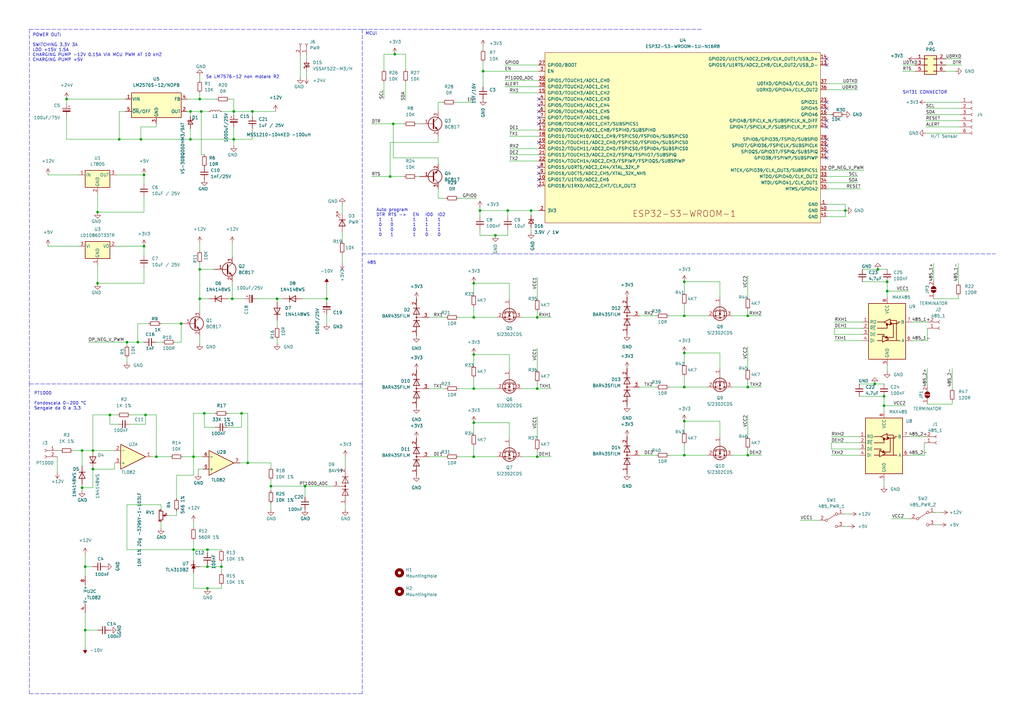
<source format=kicad_sch>
(kicad_sch (version 20211123) (generator eeschema)
  (paper "A3")
  (title_block (title "HT 485") (date "2022-10-22") (rev "1.0.1.0") (company "MecMan Engineering SRL") (comment 1 "Luca Faccin"))
  (junction (at 33.655 184.785))
  (junction (at 85.09 232.41))
  (junction (at 194.31 116.205))
  (junction (at 59.055 100.965))
  (junction (at 111.125 199.39))
  (junction (at 81.915 40.64))
  (junction (at 198.12 29.21))
  (junction (at 358.775 157.48))
  (junction (at 74.295 132.715))
  (junction (at 306.705 129.54))
  (junction (at 40.005 116.205))
  (junction (at 362.585 162.56))
  (junction (at 48.895 57.15))
  (junction (at 95.885 45.72))
  (junction (at 306.705 186.69))
  (junction (at 34.925 232.41))
  (junction (at 52.07 140.335))
  (junction (at 59.055 71.755))
  (junction (at 194.31 173.355))
  (junction (at 217.805 86.36))
  (junction (at 95.885 57.15))
  (junction (at 101.6 189.865))
  (junction (at 363.855 115.57))
  (junction (at 79.375 187.325))
  (junction (at 280.67 144.78))
  (junction (at 280.67 115.57))
  (junction (at 59.69 170.18))
  (junction (at 125.095 199.39))
  (junction (at 103.505 45.72))
  (junction (at 38.1 192.405))
  (junction (at 161.29 50.8))
  (junction (at 79.375 225.425))
  (junction (at 346.71 86.36))
  (junction (at 360.045 110.49))
  (junction (at 45.085 170.18))
  (junction (at 27.305 40.64))
  (junction (at 362.585 166.37))
  (junction (at 160.02 72.39))
  (junction (at 194.31 130.175))
  (junction (at 194.31 145.415))
  (junction (at 220.345 130.175))
  (junction (at 208.28 86.36))
  (junction (at 99.06 169.545))
  (junction (at 83.82 169.545))
  (junction (at 203.2 96.52))
  (junction (at 113.665 122.555))
  (junction (at 95.25 122.555))
  (junction (at 78.105 57.15))
  (junction (at 194.31 187.325))
  (junction (at 280.67 158.75))
  (junction (at 90.805 232.41))
  (junction (at 220.345 159.385))
  (junction (at 220.345 187.325))
  (junction (at 38.1 184.785))
  (junction (at 280.67 129.54))
  (junction (at 85.09 225.425))
  (junction (at 85.09 241.3))
  (junction (at 78.105 45.72))
  (junction (at 64.135 187.325))
  (junction (at 194.31 159.385))
  (junction (at 81.915 122.555))
  (junction (at 57.785 57.15))
  (junction (at 34.925 258.445))
  (junction (at 306.705 158.75))
  (junction (at 161.925 22.225))
  (junction (at 33.655 200.025))
  (junction (at 280.67 172.72))
  (junction (at 196.85 86.36))
  (junction (at 81.915 110.49))
  (junction (at 133.985 122.555))
  (junction (at 56.515 140.335))
  (junction (at 280.67 186.69))
  (junction (at 82.55 45.72))
  (junction (at 40.005 86.995))
  (junction (at 363.855 119.38))
  (no_connect (at 220.98 40.64))
  (no_connect (at 220.98 43.18))
  (no_connect (at 220.98 71.12))
  (no_connect (at 220.98 73.66))
  (no_connect (at 339.09 62.23))
  (no_connect (at 220.98 76.2))
  (no_connect (at 339.09 52.07))
  (no_connect (at 339.09 49.53))
  (no_connect (at 339.09 59.69))
  (no_connect (at 339.09 57.15))
  (no_connect (at 339.09 44.45))
  (no_connect (at 220.98 45.72))
  (no_connect (at 220.98 48.26))
  (no_connect (at 220.98 50.8))
  (no_connect (at 339.09 24.13))
  (no_connect (at 339.09 26.67))
  (no_connect (at 339.09 41.91))
  (no_connect (at 339.09 64.77))
  (no_connect (at 220.98 68.58))
  (no_connect (at 220.98 58.42))
  (wire (pts (xy 47.625 71.755) (xy 59.055 71.755)))
  (wire (pts (xy 38.1 192.405) (xy 46.99 192.405)))
  (wire (pts (xy 363.855 119.38) (xy 363.855 121.92)))
  (wire (pts (xy 64.135 187.325) (xy 69.85 187.325)))
  (wire (pts (xy 125.73 29.21) (xy 125.73 31.75)))
  (wire (pts (xy 82.55 45.72) (xy 82.55 63.5)))
  (wire (pts (xy 379.73 52.07) (xy 393.7 52.07)))
  (wire (pts (xy 79.375 187.325) (xy 79.375 169.545)))
  (wire (pts (xy 85.09 241.3) (xy 90.805 241.3)))
  (wire (pts (xy 93.98 40.64) (xy 95.885 40.64)))
  (wire (pts (xy 342.265 132.08) (xy 353.695 132.08)))
  (wire (pts (xy 198.12 25.4) (xy 198.12 29.21)))
  (wire (pts (xy 362.585 162.56) (xy 362.585 166.37)))
  (wire (pts (xy 196.85 85.09) (xy 196.85 86.36)))
  (wire (pts (xy 220.345 184.785) (xy 220.345 187.325)))
  (wire (pts (xy 76.835 40.64) (xy 81.915 40.64)))
  (wire (pts (xy 79.375 187.325) (xy 79.375 194.945)))
  (wire (pts (xy 262.255 129.54) (xy 269.24 129.54)))
  (wire (pts (xy 81.915 122.555) (xy 85.725 122.555)))
  (wire (pts (xy 40.005 116.205) (xy 59.055 116.205)))
  (wire (pts (xy 81.915 137.795) (xy 81.915 140.97)))
  (wire (pts (xy 76.835 45.72) (xy 78.105 45.72)))
  (wire (pts (xy 83.82 175.26) (xy 83.82 169.545)))
  (wire (pts (xy 300.355 129.54) (xy 306.705 129.54)))
  (wire (pts (xy 208.915 60.96) (xy 220.98 60.96)))
  (wire (pts (xy 295.275 144.78) (xy 280.67 144.78)))
  (wire (pts (xy 81.915 122.555) (xy 81.915 127.635)))
  (wire (pts (xy 383.54 210.185) (xy 386.08 210.185)))
  (wire (pts (xy 306.705 170.18) (xy 306.705 179.07)))
  (wire (pts (xy 90.805 232.41) (xy 90.805 234.95)))
  (wire (pts (xy 179.705 45.72) (xy 179.705 41.91)))
  (wire (pts (xy 64.135 50.8) (xy 64.135 52.07)))
  (wire (pts (xy 47.625 100.965) (xy 59.055 100.965)))
  (wire (pts (xy 339.09 86.36) (xy 346.71 86.36)))
  (wire (pts (xy 175.895 130.175) (xy 182.88 130.175)))
  (wire (pts (xy 51.435 40.64) (xy 27.305 40.64)))
  (wire (pts (xy 340.995 186.69) (xy 352.425 186.69)))
  (wire (pts (xy 59.055 100.965) (xy 59.055 104.775)))
  (wire (pts (xy 194.31 159.385) (xy 203.835 159.385)))
  (wire (pts (xy 387.985 29.21) (xy 391.795 29.21)))
  (wire (pts (xy 300.355 158.75) (xy 306.705 158.75)))
  (wire (pts (xy 160.02 72.39) (xy 165.735 72.39)))
  (wire (pts (xy 358.775 157.48) (xy 362.585 157.48)))
  (wire (pts (xy 387.985 26.67) (xy 394.335 26.67)))
  (wire (pts (xy 57.785 57.15) (xy 57.785 52.07)))
  (wire (pts (xy 23.495 187.325) (xy 23.495 193.675)))
  (wire (pts (xy 78.105 52.705) (xy 78.105 57.15)))
  (wire (pts (xy 48.895 45.72) (xy 48.895 57.15)))
  (wire (pts (xy 393.065 122.555) (xy 393.065 121.285)))
  (wire (pts (xy 383.54 215.265) (xy 385.445 215.265)))
  (wire (pts (xy 79.375 225.425) (xy 79.375 229.87)))
  (wire (pts (xy 208.915 63.5) (xy 220.98 63.5)))
  (wire (pts (xy 340.995 181.61) (xy 352.425 181.61)))
  (wire (pts (xy 196.85 93.98) (xy 196.85 96.52)))
  (wire (pts (xy 81.915 40.64) (xy 88.9 40.64)))
  (wire (pts (xy 56.515 132.715) (xy 60.96 132.715)))
  (wire (pts (xy 140.335 104.14) (xy 140.335 107.95)))
  (wire (pts (xy 374.015 139.7) (xy 380.365 139.7)))
  (wire (pts (xy 78.105 57.15) (xy 95.885 57.15)))
  (wire (pts (xy 363.855 115.57) (xy 363.855 119.38)))
  (wire (pts (xy 99.06 169.545) (xy 93.345 169.545)))
  (wire (pts (xy 90.805 230.505) (xy 90.805 232.41)))
  (wire (pts (xy 79.375 234.95) (xy 79.375 241.3)))
  (wire (pts (xy 379.73 54.61) (xy 393.7 54.61)))
  (wire (pts (xy 194.31 125.73) (xy 194.31 130.175)))
  (wire (pts (xy 101.6 189.865) (xy 101.6 169.545)))
  (wire (pts (xy 95.885 57.15) (xy 95.885 59.69)))
  (wire (pts (xy 40.005 86.995) (xy 59.055 86.995)))
  (wire (pts (xy 111.125 199.39) (xy 111.125 201.295)))
  (wire (pts (xy 339.09 88.9) (xy 346.71 88.9)))
  (wire (pts (xy 57.785 52.07) (xy 64.135 52.07)))
  (wire (pts (xy 103.505 45.72) (xy 103.505 47.625)))
  (wire (pts (xy 141.605 207.01) (xy 141.605 208.915)))
  (wire (pts (xy 220.98 29.21) (xy 198.12 29.21)))
  (wire (pts (xy 393.065 107.95) (xy 393.065 116.205)))
  (wire (pts (xy 194.31 187.325) (xy 203.835 187.325)))
  (wire (pts (xy 133.985 116.84) (xy 133.985 122.555)))
  (wire (pts (xy 133.985 123.825) (xy 133.985 122.555)))
  (wire (pts (xy 371.475 166.37) (xy 362.585 166.37)))
  (wire (pts (xy 382.905 122.555) (xy 393.065 122.555)))
  (wire (pts (xy 52.07 141.605) (xy 52.07 140.335)))
  (wire (pts (xy 360.045 110.49) (xy 363.855 110.49)))
  (wire (pts (xy 194.31 116.205) (xy 194.31 120.65)))
  (wire (pts (xy 79.375 225.425) (xy 85.09 225.425)))
  (wire (pts (xy 95.885 57.15) (xy 103.505 57.15)))
  (wire (pts (xy 280.67 115.57) (xy 280.67 120.015)))
  (wire (pts (xy 372.745 186.69) (xy 379.095 186.69)))
  (polyline (pts (xy 12.065 284.48) (xy 12.065 157.48)))
  (wire (pts (xy 220.345 142.875) (xy 220.345 151.765)))
  (wire (pts (xy 342.265 134.62) (xy 342.265 137.16)))
  (wire (pts (xy 78.105 45.72) (xy 82.55 45.72)))
  (wire (pts (xy 29.845 184.785) (xy 33.655 184.785)))
  (wire (pts (xy 220.345 187.325) (xy 226.06 187.325)))
  (wire (pts (xy 346.71 88.9) (xy 346.71 86.36)))
  (polyline (pts (xy 148.59 157.48) (xy 148.59 284.48)))
  (wire (pts (xy 280.67 125.095) (xy 280.67 129.54)))
  (wire (pts (xy 208.915 66.04) (xy 220.98 66.04)))
  (wire (pts (xy 363.855 149.86) (xy 363.855 152.4)))
  (wire (pts (xy 152.4 72.39) (xy 160.02 72.39)))
  (wire (pts (xy 38.1 192.405) (xy 38.1 200.025)))
  (wire (pts (xy 72.39 194.945) (xy 72.39 204.47)))
  (wire (pts (xy 170.815 72.39) (xy 172.085 72.39)))
  (wire (pts (xy 220.345 156.845) (xy 220.345 159.385)))
  (wire (pts (xy 353.695 110.49) (xy 360.045 110.49)))
  (wire (pts (xy 52.07 207.01) (xy 66.04 207.01)))
  (wire (pts (xy 79.375 194.945) (xy 72.39 194.945)))
  (wire (pts (xy 72.39 211.455) (xy 72.39 209.55)))
  (wire (pts (xy 27.305 40.64) (xy 27.305 42.545)))
  (wire (pts (xy 295.275 151.13) (xy 295.275 144.78)))
  (wire (pts (xy 208.915 53.34) (xy 220.98 53.34)))
  (wire (pts (xy 113.665 122.555) (xy 113.665 123.825)))
  (wire (pts (xy 198.12 29.21) (xy 198.12 35.56)))
  (wire (pts (xy 52.07 140.335) (xy 56.515 140.335)))
  (wire (pts (xy 262.255 186.69) (xy 269.24 186.69)))
  (wire (pts (xy 83.82 169.545) (xy 88.265 169.545)))
  (wire (pts (xy 74.295 140.335) (xy 71.755 140.335)))
  (wire (pts (xy 274.32 129.54) (xy 280.67 129.54)))
  (wire (pts (xy 220.345 130.175) (xy 226.06 130.175)))
  (wire (pts (xy 187.96 159.385) (xy 194.31 159.385)))
  (wire (pts (xy 79.375 241.3) (xy 85.09 241.3)))
  (wire (pts (xy 372.745 119.38) (xy 363.855 119.38)))
  (wire (pts (xy 339.09 46.99) (xy 340.995 46.99)))
  (wire (pts (xy 280.67 182.245) (xy 280.67 186.69)))
  (wire (pts (xy 342.265 137.16) (xy 353.695 137.16)))
  (wire (pts (xy 98.425 189.865) (xy 101.6 189.865)))
  (wire (pts (xy 374.015 132.08) (xy 380.365 132.08)))
  (wire (pts (xy 346.075 215.9) (xy 347.98 215.9)))
  (wire (pts (xy 380.365 165.735) (xy 390.525 165.735)))
  (wire (pts (xy 217.805 86.36) (xy 217.805 88.265)))
  (wire (pts (xy 125.095 199.39) (xy 125.095 203.835)))
  (polyline (pts (xy 12.065 12.065) (xy 148.59 12.065)))
  (wire (pts (xy 196.85 86.36) (xy 208.28 86.36)))
  (wire (pts (xy 48.26 173.99) (xy 45.085 173.99)))
  (wire (pts (xy 207.01 26.67) (xy 220.98 26.67)))
  (wire (pts (xy 64.135 140.335) (xy 66.675 140.335)))
  (wire (pts (xy 352.425 157.48) (xy 358.775 157.48)))
  (wire (pts (xy 390.525 151.13) (xy 390.525 159.385)))
  (wire (pts (xy 380.365 151.13) (xy 380.365 158.115)))
  (wire (pts (xy 81.915 107.95) (xy 81.915 110.49)))
  (wire (pts (xy 208.28 86.36) (xy 217.805 86.36)))
  (wire (pts (xy 111.125 206.375) (xy 111.125 208.915)))
  (wire (pts (xy 45.085 170.18) (xy 38.1 170.18)))
  (wire (pts (xy 34.925 258.445) (xy 40.005 258.445)))
  (wire (pts (xy 33.655 198.755) (xy 33.655 200.025)))
  (wire (pts (xy 32.385 100.965) (xy 19.685 100.965)))
  (wire (pts (xy 187.96 187.325) (xy 194.31 187.325)))
  (wire (pts (xy 213.995 159.385) (xy 220.345 159.385)))
  (wire (pts (xy 339.09 83.82) (xy 346.71 83.82)))
  (wire (pts (xy 95.25 99.695) (xy 95.25 105.41)))
  (wire (pts (xy 79.375 187.325) (xy 83.185 187.325)))
  (wire (pts (xy 194.31 182.88) (xy 194.31 187.325)))
  (wire (pts (xy 382.905 107.95) (xy 382.905 114.935)))
  (wire (pts (xy 51.435 45.72) (xy 48.895 45.72)))
  (wire (pts (xy 365.76 212.725) (xy 373.38 212.725)))
  (wire (pts (xy 380.365 134.62) (xy 380.365 139.7)))
  (wire (pts (xy 306.705 158.75) (xy 312.42 158.75)))
  (wire (pts (xy 59.055 116.205) (xy 59.055 109.855)))
  (wire (pts (xy 208.28 93.98) (xy 208.28 96.52)))
  (wire (pts (xy 208.915 55.88) (xy 220.98 55.88)))
  (wire (pts (xy 38.1 200.025) (xy 33.655 200.025)))
  (wire (pts (xy 83.185 192.405) (xy 81.28 192.405)))
  (wire (pts (xy 40.005 108.585) (xy 40.005 116.205)))
  (wire (pts (xy 170.815 50.8) (xy 172.085 50.8)))
  (wire (pts (xy 207.01 35.56) (xy 220.98 35.56)))
  (wire (pts (xy 62.23 187.325) (xy 64.135 187.325)))
  (wire (pts (xy 339.09 36.83) (xy 351.79 36.83)))
  (wire (pts (xy 179.705 58.42) (xy 160.02 58.42)))
  (wire (pts (xy 295.275 179.07) (xy 295.275 172.72)))
  (wire (pts (xy 280.67 154.305) (xy 280.67 158.75)))
  (wire (pts (xy 220.345 159.385) (xy 226.06 159.385)))
  (wire (pts (xy 105.41 122.555) (xy 113.665 122.555)))
  (wire (pts (xy 166.37 22.225) (xy 166.37 28.575)))
  (wire (pts (xy 33.655 184.785) (xy 38.1 184.785)))
  (wire (pts (xy 81.915 31.115) (xy 81.915 33.02)))
  (wire (pts (xy 82.55 45.72) (xy 85.725 45.72)))
  (wire (pts (xy 342.265 139.7) (xy 353.695 139.7)))
  (wire (pts (xy 179.705 81.28) (xy 182.88 81.28)))
  (wire (pts (xy 295.275 121.92) (xy 295.275 115.57)))
  (wire (pts (xy 40.005 79.375) (xy 40.005 86.995)))
  (wire (pts (xy 140.335 95.25) (xy 140.335 99.06)))
  (polyline (pts (xy 148.59 12.065) (xy 148.59 157.48)))
  (wire (pts (xy 52.07 225.425) (xy 52.07 207.01)))
  (wire (pts (xy 208.915 116.205) (xy 194.31 116.205)))
  (wire (pts (xy 45.085 170.18) (xy 45.085 173.99)))
  (wire (pts (xy 23.495 184.785) (xy 24.765 184.785)))
  (wire (pts (xy 340.995 181.61) (xy 340.995 184.15)))
  (wire (pts (xy 59.055 71.755) (xy 59.055 75.565)))
  (wire (pts (xy 379.73 49.53) (xy 393.7 49.53)))
  (wire (pts (xy 280.67 129.54) (xy 290.195 129.54)))
  (wire (pts (xy 379.73 44.45) (xy 393.7 44.45)))
  (wire (pts (xy 157.48 33.655) (xy 157.48 40.64)))
  (wire (pts (xy 32.385 71.755) (xy 19.685 71.755)))
  (wire (pts (xy 213.995 187.325) (xy 220.345 187.325)))
  (wire (pts (xy 52.07 146.685) (xy 52.07 148.59)))
  (wire (pts (xy 280.67 186.69) (xy 290.195 186.69)))
  (wire (pts (xy 59.69 170.18) (xy 53.34 170.18)))
  (wire (pts (xy 27.305 47.625) (xy 27.305 57.15)))
  (wire (pts (xy 220.345 113.665) (xy 220.345 122.555)))
  (wire (pts (xy 352.425 162.56) (xy 362.585 162.56)))
  (wire (pts (xy 175.895 159.385) (xy 182.88 159.385)))
  (wire (pts (xy 64.135 170.18) (xy 59.69 170.18)))
  (wire (pts (xy 95.885 52.07) (xy 95.885 57.15)))
  (wire (pts (xy 394.335 24.13) (xy 387.985 24.13)))
  (wire (pts (xy 34.925 227.33) (xy 34.925 232.41)))
  (wire (pts (xy 208.915 122.555) (xy 208.915 116.205)))
  (wire (pts (xy 179.705 64.77) (xy 161.29 64.77)))
  (wire (pts (xy 79.375 169.545) (xy 83.82 169.545)))
  (wire (pts (xy 161.29 64.77) (xy 161.29 50.8)))
  (wire (pts (xy 339.09 74.93) (xy 351.79 74.93)))
  (wire (pts (xy 66.04 132.715) (xy 74.295 132.715)))
  (wire (pts (xy 306.705 156.21) (xy 306.705 158.75)))
  (wire (pts (xy 66.04 213.995) (xy 66.04 216.535)))
  (wire (pts (xy 379.73 46.99) (xy 393.7 46.99)))
  (wire (pts (xy 213.995 130.175) (xy 220.345 130.175)))
  (wire (pts (xy 111.125 189.865) (xy 111.125 191.77)))
  (wire (pts (xy 53.34 173.99) (xy 59.69 173.99)))
  (wire (pts (xy 194.31 154.94) (xy 194.31 159.385)))
  (wire (pts (xy 340.995 179.07) (xy 352.425 179.07)))
  (wire (pts (xy 179.705 55.88) (xy 179.705 58.42)))
  (wire (pts (xy 198.12 19.05) (xy 198.12 20.32)))
  (wire (pts (xy 36.195 140.335) (xy 52.07 140.335)))
  (wire (pts (xy 187.96 130.175) (xy 194.31 130.175)))
  (wire (pts (xy 66.04 207.01) (xy 66.04 208.915)))
  (wire (pts (xy 166.37 33.655) (xy 166.37 41.275)))
  (wire (pts (xy 38.1 184.785) (xy 46.99 184.785)))
  (wire (pts (xy 95.25 122.555) (xy 100.33 122.555)))
  (wire (pts (xy 125.73 22.86) (xy 125.73 24.13)))
  (wire (pts (xy 33.655 200.025) (xy 33.655 201.295)))
  (wire (pts (xy 140.335 83.82) (xy 140.335 87.63)))
  (wire (pts (xy 194.31 173.355) (xy 194.31 177.8)))
  (wire (pts (xy 208.915 38.1) (xy 220.98 38.1)))
  (wire (pts (xy 95.885 45.72) (xy 95.885 46.99)))
  (wire (pts (xy 340.995 184.15) (xy 352.425 184.15)))
  (wire (pts (xy 346.71 83.82) (xy 346.71 86.36)))
  (wire (pts (xy 207.01 33.02) (xy 220.98 33.02)))
  (wire (pts (xy 133.985 122.555) (xy 123.825 122.555)))
  (wire (pts (xy 99.06 175.26) (xy 99.06 169.545)))
  (wire (pts (xy 33.655 184.785) (xy 33.655 191.135)))
  (wire (pts (xy 85.09 231.775) (xy 85.09 232.41)))
  (wire (pts (xy 81.28 192.405) (xy 81.28 194.31)))
  (wire (pts (xy 157.48 28.575) (xy 157.48 22.225)))
  (wire (pts (xy 161.925 22.225) (xy 166.37 22.225)))
  (wire (pts (xy 208.915 179.705) (xy 208.915 173.355)))
  (wire (pts (xy 56.515 132.715) (xy 56.515 140.335)))
  (wire (pts (xy 186.69 41.91) (xy 194.31 41.91)))
  (wire (pts (xy 34.925 258.445) (xy 34.925 265.43)))
  (wire (pts (xy 370.205 29.21) (xy 375.285 29.21)))
  (wire (pts (xy 87.63 110.49) (xy 81.915 110.49)))
  (wire (pts (xy 354.33 69.85) (xy 339.09 69.85)))
  (wire (pts (xy 81.915 99.695) (xy 81.915 102.87)))
  (wire (pts (xy 295.275 115.57) (xy 280.67 115.57)))
  (wire (pts (xy 123.19 22.86) (xy 123.19 31.75)))
  (wire (pts (xy 103.505 45.72) (xy 113.03 45.72)))
  (wire (pts (xy 362.585 166.37) (xy 362.585 168.91)))
  (wire (pts (xy 262.255 158.75) (xy 269.24 158.75)))
  (polyline (pts (xy 287.655 12.065) (xy 148.59 12.065)))
  (wire (pts (xy 390.525 165.735) (xy 390.525 164.465)))
  (wire (pts (xy 59.055 86.995) (xy 59.055 80.645)))
  (wire (pts (xy 379.095 181.61) (xy 379.095 186.69)))
  (wire (pts (xy 101.6 169.545) (xy 99.06 169.545)))
  (wire (pts (xy 82.55 63.5) (xy 83.82 63.5)))
  (wire (pts (xy 306.705 184.15) (xy 306.705 186.69)))
  (wire (pts (xy 95.885 40.64) (xy 95.885 45.72)))
  (wire (pts (xy 353.695 115.57) (xy 363.855 115.57)))
  (wire (pts (xy 328.295 213.36) (xy 335.915 213.36)))
  (wire (pts (xy 194.31 130.175) (xy 203.835 130.175)))
  (wire (pts (xy 306.705 142.24) (xy 306.705 151.13)))
  (wire (pts (xy 85.09 232.41) (xy 90.805 232.41)))
  (wire (pts (xy 81.915 232.41) (xy 85.09 232.41)))
  (wire (pts (xy 111.125 199.39) (xy 125.095 199.39)))
  (wire (pts (xy 74.93 187.325) (xy 79.375 187.325)))
  (wire (pts (xy 81.915 38.1) (xy 81.915 40.64)))
  (wire (pts (xy 64.135 187.325) (xy 64.135 170.18)))
  (polyline (pts (xy 148.59 104.14) (xy 408.305 104.14)))
  (wire (pts (xy 27.305 57.15) (xy 48.895 57.15)))
  (wire (pts (xy 113.665 139.065) (xy 113.665 140.97)))
  (wire (pts (xy 133.985 128.905) (xy 133.985 132.715)))
  (wire (pts (xy 81.915 110.49) (xy 81.915 122.555)))
  (wire (pts (xy 353.06 77.47) (xy 339.09 77.47)))
  (wire (pts (xy 280.67 158.75) (xy 290.195 158.75)))
  (wire (pts (xy 34.925 251.46) (xy 34.925 258.445)))
  (wire (pts (xy 342.265 134.62) (xy 353.695 134.62)))
  (wire (pts (xy 160.02 58.42) (xy 160.02 72.39)))
  (wire (pts (xy 85.09 225.425) (xy 85.09 226.695)))
  (wire (pts (xy 179.705 41.91) (xy 181.61 41.91)))
  (wire (pts (xy 113.665 131.445) (xy 113.665 133.985)))
  (wire (pts (xy 79.375 221.615) (xy 79.375 225.425)))
  (wire (pts (xy 79.375 213.995) (xy 79.375 216.535)))
  (wire (pts (xy 379.73 41.91) (xy 393.7 41.91)))
  (wire (pts (xy 362.585 196.85) (xy 362.585 199.39)))
  (wire (pts (xy 95.25 115.57) (xy 95.25 122.555)))
  (wire (pts (xy 95.885 45.72) (xy 90.805 45.72)))
  (wire (pts (xy 95.25 122.555) (xy 93.345 122.555)))
  (wire (pts (xy 34.925 232.41) (xy 34.925 236.22)))
  (wire (pts (xy 306.705 129.54) (xy 312.42 129.54)))
  (wire (pts (xy 59.69 173.99) (xy 59.69 170.18)))
  (wire (pts (xy 339.09 34.29) (xy 351.79 34.29)))
  (polyline (pts (xy 148.59 157.48) (xy 12.065 157.48)))
  (wire (pts (xy 48.895 57.15) (xy 57.785 57.15)))
  (wire (pts (xy 141.605 187.325) (xy 141.605 191.77)))
  (wire (pts (xy 194.31 145.415) (xy 194.31 149.86)))
  (wire (pts (xy 111.125 196.85) (xy 111.125 199.39)))
  (wire (pts (xy 346.075 210.82) (xy 348.615 210.82)))
  (wire (pts (xy 85.09 225.425) (xy 90.805 225.425)))
  (wire (pts (xy 306.705 127) (xy 306.705 129.54)))
  (wire (pts (xy 274.32 158.75) (xy 280.67 158.75)))
  (wire (pts (xy 125.095 199.39) (xy 136.525 199.39)))
  (wire (pts (xy 220.345 170.815) (xy 220.345 179.705)))
  (wire (pts (xy 339.09 72.39) (xy 351.79 72.39)))
  (wire (pts (xy 306.705 113.03) (xy 306.705 121.92)))
  (wire (pts (xy 95.885 45.72) (xy 103.505 45.72)))
  (polyline (pts (xy 148.59 284.48) (xy 12.065 284.48)))
  (wire (pts (xy 90.805 241.3) (xy 90.805 240.03)))
  (wire (pts (xy 372.745 179.07) (xy 379.095 179.07)))
  (wire (pts (xy 56.515 140.335) (xy 59.055 140.335)))
  (wire (pts (xy 208.915 151.765) (xy 208.915 145.415)))
  (wire (pts (xy 274.32 186.69) (xy 280.67 186.69)))
  (wire (pts (xy 196.85 96.52) (xy 203.2 96.52)))
  (wire (pts (xy 280.67 144.78) (xy 280.67 149.225)))
  (wire (pts (xy 161.29 50.8) (xy 165.735 50.8)))
  (wire (pts (xy 179.705 77.47) (xy 179.705 81.28)))
  (wire (pts (xy 187.96 81.28) (xy 195.58 81.28)))
  (wire (pts (xy 74.295 132.715) (xy 74.295 140.335)))
  (wire (pts (xy 113.665 122.555) (xy 116.205 122.555)))
  (wire (pts (xy 48.26 170.18) (xy 45.085 170.18)))
  (wire (pts (xy 46.99 189.865) (xy 46.99 192.405)))
  (wire (pts (xy 220.345 127.635) (xy 220.345 130.175)))
  (wire (pts (xy 101.6 189.865) (xy 111.125 189.865)))
  (wire (pts (xy 280.67 172.72) (xy 280.67 177.165)))
  (wire (pts (xy 79.375 225.425) (xy 52.07 225.425)))
  (wire (pts (xy 217.805 86.36) (xy 220.98 86.36)))
  (wire (pts (xy 179.705 67.31) (xy 179.705 64.77)))
  (wire (pts (xy 208.915 173.355) (xy 194.31 173.355)))
  (wire (pts (xy 38.1 170.18) (xy 38.1 184.785)))
  (wire (pts (xy 306.705 186.69) (xy 312.42 186.69)))
  (wire (pts (xy 78.105 45.72) (xy 78.105 47.625)))
  (wire (pts (xy 203.2 96.52) (xy 208.28 96.52)))
  (wire (pts (xy 152.4 50.8) (xy 161.29 50.8)))
  (wire (pts (xy 103.505 57.15) (xy 103.505 52.705)))
  (wire (pts (xy 208.28 86.36) (xy 208.28 88.9)))
  (wire (pts (xy 208.915 145.415) (xy 194.31 145.415)))
  (wire (pts (xy 68.58 211.455) (xy 72.39 211.455)))
  (wire (pts (xy 57.785 57.15) (xy 78.105 57.15)))
  (wire (pts (xy 93.345 175.26) (xy 99.06 175.26)))
  (wire (pts (xy 34.925 232.41) (xy 38.1 232.41)))
  (wire (pts (xy 370.205 26.67) (xy 375.285 26.67)))
  (wire (pts (xy 175.895 187.325) (xy 182.88 187.325)))
  (wire (pts (xy 217.805 93.345) (xy 217.805 95.25)))
  (wire (pts (xy 300.355 186.69) (xy 306.705 186.69)))
  (wire (pts (xy 196.85 86.36) (xy 196.85 88.9)))
  (polyline (pts (xy 12.065 12.065) (xy 12.065 157.48)))
  (wire (pts (xy 157.48 22.225) (xy 161.925 22.225)))
  (wire (pts (xy 295.275 172.72) (xy 280.67 172.72)))
  (wire (pts (xy 88.265 175.26) (xy 83.82 175.26)))
  (text "Auto program\nDTR	RTS -> 	EN	IO0	IO2\n 1	 1		1	1	1	\n 0	 0		1	1	1\n 1	 0		0	1	1\n 0	 1		1	0	0" (at 154.305 97.155 0) (effects (font (size 1.27 1.27)) (justify left bottom)))
  (text "485" (at 150.495 108.585 0) (effects (font (size 1.27 1.27)) (justify left bottom)))
  (text "Se LM7576-12 non motare R2" (at 84.455 32.385 0) (effects (font (size 1.27 1.27)) (justify left bottom)))
  (text "SHT31 CONNECTOR" (at 370.205 38.735 0) (effects (font (size 1.27 1.27)) (justify left bottom)))
  (text "MCUì" (at 149.86 14.605 0) (effects (font (size 1.27 1.27)) (justify left bottom)))
  (text "PT1000\n\nFondoscala 0-200 °C\nSengale da 0 a 3.3" (at 13.97 168.275 0) (effects (font (size 1.27 1.27)) (justify left bottom)))
  (text "POWER OUT:\n\nSWITCHING 3.3V 3A\nLDO +15V 1.5A\nCHARGING PUMP -12V 0.15A VIA MCU PWM AT 10 kHZ\nCHARGING PUMP +5V " (at 13.335 25.4 0) (effects (font (size 1.27 1.27)) (justify left bottom)))
  (label "GPIO0" (at 195.58 81.28 180))
  (label "VCC2" (at 306.705 113.03 270))
  (label "TXH2" (at 312.42 158.75 180))
  (label "485_2+" (at 380.365 151.13 270))
  (label "SDA" (at 166.37 41.275 90))
  (label "SDA" (at 379.73 46.99 0))
  (label "TX1" (at 177.8 159.385 0))
  (label "DE2" (at 264.16 186.69 0))
  (label "VCC1" (at 328.295 213.36 0))
  (label "SCL" (at 157.48 40.64 90))
  (label "RTS" (at 370.205 29.21 0))
  (label "TX2" (at 208.915 66.04 0))
  (label "SCL" (at 379.73 44.45 0))
  (label "485_1+" (at 374.015 132.08 0))
  (label "OP_NEG_V_PWM" (at 354.33 69.85 180))
  (label "DE2" (at 208.915 63.5 0))
  (label "RESET" (at 379.73 49.53 0))
  (label "VCC1" (at 220.345 113.665 270))
  (label "U0RXD" (at 351.79 36.83 180))
  (label "RXH1" (at 342.265 132.08 0))
  (label "U0RXD" (at 394.335 24.13 180))
  (label "485_2+" (at 372.745 179.07 0))
  (label "DEH2" (at 312.42 186.69 180))
  (label "TXH1" (at 226.06 159.385 180))
  (label "TX2" (at 264.16 158.75 0))
  (label "RXH2" (at 312.42 129.54 180))
  (label "U0TXD" (at 351.79 34.29 180))
  (label "PT1000_ADC" (at 207.01 33.02 0))
  (label "PT1000_ADC" (at 134.62 199.39 180))
  (label "ALERT" (at 207.01 35.56 0))
  (label "TXH2" (at 340.995 186.69 0))
  (label "VCC2" (at 371.475 166.37 180))
  (label "EN" (at 207.01 29.21 0))
  (label "485_1-" (at 374.015 139.7 0))
  (label "RX1" (at 177.8 130.175 0))
  (label "DEH1" (at 226.06 187.325 180))
  (label "485_1+" (at 382.905 107.95 270))
  (label "DTR" (at 394.335 26.67 180))
  (label "OP_NEG_V_PWM" (at 36.195 140.335 0))
  (label "DE1" (at 177.8 187.325 0))
  (label "RESET" (at 353.06 77.47 180))
  (label "DEH1" (at 342.265 134.62 0))
  (label "RTS" (at 152.4 72.39 0))
  (label "RXH2" (at 340.995 179.07 0))
  (label "GPIO0" (at 207.01 26.67 0))
  (label "SDA" (at 351.79 74.93 180))
  (label "DE1" (at 208.915 53.34 0))
  (label "RX2" (at 208.915 60.96 0))
  (label "VCC2" (at 306.705 170.18 270))
  (label "VCC1" (at 220.345 170.815 270))
  (label "485_2-" (at 390.525 151.13 270))
  (label "VCC1" (at 372.745 119.38 180))
  (label "VCC1" (at 220.345 142.875 270))
  (label "VCC2" (at 306.705 142.24 270))
  (label "U0TXD" (at 370.205 26.67 0))
  (label "RXH1" (at 226.06 130.175 180))
  (label "RX1" (at 208.915 38.1 0))
  (label "TXH1" (at 342.265 139.7 0))
  (label "TX1" (at 208.915 55.88 0))
  (label "485_2-" (at 372.745 186.69 0))
  (label "RX2" (at 264.16 129.54 0))
  (label "ALERT" (at 379.73 52.07 0))
  (label "SCL" (at 351.79 72.39 180))
  (label "DEH2" (at 340.995 181.61 0))
  (label "VCC2" (at 365.76 212.725 0))
  (label "485_1-" (at 393.065 107.95 270))
  (label "DTR" (at 152.4 50.8 0))
  (label "EN" (at 194.31 41.91 180))
  (symbol (lib_id "Device:C_Polarized_Small") (at 27.305 45.085 0) (mirror y) (unit 1)
    (property "Reference" "C5" (at 24.765 43.2688 0) (effects (justify left)))
    (property "Value" "100uF/75V" (at 24.765 48.26 0) (effects (justify left)))
    (property "Footprint" "Capacitor_SMD:CP_Elec_8x10.5" (effects hide))
  )
  (symbol (lib_id "Connector_Generic:Conn_02x03_Odd_Even") (at 380.365 26.67 0) (unit 1)
    (property "Reference" "J5" (at 381.635 17.78 0))
    (property "Value" "PRG" (at 381.635 20.32 0))
    (property "Footprint" "Connector_PinSocket_2.54mm:PinSocket_2x03_P2.54mm_Vertical" (effects hide))
  )
  (symbol (lib_id "power:+3V3") (at 196.85 85.09 0) (unit 1)
    (property "Reference" "#PWR022" (effects hide))
    (property "Value" "+3V3" (at 199.39 83.8199 0) (effects (justify left)))
  )
  (symbol (lib_id "Device:R_Small") (at 185.42 81.28 90) (unit 1)
    (property "Reference" "R29" (at 185.42 74.93 90))
    (property "Value" "0R" (at 185.42 77.47 90))
    (property "Footprint" "Resistor_SMD:R_0805_2012Metric_Pad1.20x1.40mm_HandSolder" (effects hide))
  )
  (symbol (lib_id "power:+3V3") (at 161.925 22.225 0) (unit 1)
    (property "Reference" "#PWR050" (effects hide))
    (property "Value" "+3V3" (at 161.925 17.145 0))
  )
  (symbol (lib_id "power:GND") (at 123.19 31.75 0) (unit 1)
    (property "Reference" "#PWR0105" (effects hide))
    (property "Value" "GND" (at 120.65 35.56 0) (effects (justify left)))
  )
  (symbol (lib_id "Device:C_Small") (at 353.695 113.03 0) (unit 1)
    (property "Reference" "C23" (at 356.235 111.7662 0) (effects (justify left)))
    (property "Value" "4.7uF" (at 356.235 114.3062 0) (effects (justify left)))
    (property "Footprint" "Capacitor_SMD:C_0805_2012Metric" (effects hide))
  )
  (symbol (lib_id "Device:C_Polarized_Small") (at 133.985 126.365 0) (mirror x) (unit 1)
    (property "Reference" "C19" (at 136.525 128.1812 0) (effects (justify left)))
    (property "Value" "100uF/25V" (at 130.175 126.365 90) (effects (justify left)))
    (property "Footprint" "Capacitor_SMD:CP_Elec_6.3x7.7" (effects hide))
  )
  (symbol (lib_id "power:+3V3") (at 194.31 116.205 0) (unit 1)
    (property "Reference" "#PWR039" (effects hide))
    (property "Value" "+3V3" (at 194.31 111.125 0))
  )
  (symbol (lib_id "Connector:Conn_01x02_Female") (at 385.445 134.62 0) (mirror x) (unit 1)
    (property "Reference" "J2" (at 384.81 127 0))
    (property "Value" "485_1" (at 384.81 129.54 0))
    (property "Footprint" "TerminalBlock_Phoenix:TerminalBlock_Phoenix_PT-1,5-2-3.5-H_1x02_P3.50mm_Horizontal" (effects hide))
  )
  (symbol (lib_id "Device:C_Small") (at 59.055 78.105 0) (unit 1)
    (property "Reference" "C6" (at 62.23 76.8412 0) (effects (justify left)))
    (property "Value" "10uF / 25V" (at 62.23 79.3812 0) (effects (justify left)))
    (property "Footprint" "Capacitor_SMD:C_0805_2012Metric" (effects hide))
  )
  (symbol (lib_id "Device:R_Small") (at 79.375 219.075 0) (unit 1)
    (property "Reference" "R12" (at 81.28 217.8049 0) (effects (justify left)))
    (property "Value" "560R 1%" (at 81.28 220.3449 0) (effects (justify left)))
    (property "Footprint" "Resistor_SMD:R_0805_2012Metric_Pad1.20x1.40mm_HandSolder" (effects hide))
  )
  (symbol (lib_id "Device:LED") (at 140.335 91.44 270) (unit 1)
    (property "Reference" "D3" (at 142.875 88.5824 90) (effects (justify left)))
    (property "Value" "PWR" (at 142.875 91.1224 90) (effects (justify left)))
    (property "Footprint" "LED_SMD:LED_0805_2012Metric" (effects hide))
  )
  (symbol (lib_id "Device:C_Polarized_Small") (at 95.885 49.53 0) (unit 1)
    (property "Reference" "C15" (at 98.425 47.7138 0) (effects (justify left)))
    (property "Value" "1000uF/25V" (at 92.71 58.42 90) (effects (justify left)))
    (property "Footprint" "Capacitor_SMD:CP_Elec_10x10.5" (effects hide))
  )
  (symbol (lib_id "Device:C_Small") (at 83.82 71.12 0) (unit 1)
    (property "Reference" "C10" (at 86.36 69.8562 0) (effects (justify left)))
    (property "Value" "1nF/25V" (at 86.36 72.3962 0) (effects (justify left)))
    (property "Footprint" "Capacitor_SMD:C_0805_2012Metric" (effects hide))
  )
  (symbol (lib_id "Interface_UART:MAX485E") (at 363.855 134.62 0) (unit 1)
    (property "Reference" "U9" (at 372.745 125.73 0) (effects (justify left)))
    (property "Value" "MAX485" (at 365.8744 121.92 0) (effects (justify left)))
    (property "Footprint" "Package_SO:SOIC-8_3.9x4.9mm_P1.27mm" (effects hide))
    (property "Datasheet" "https://datasheets.maximintegrated.com/en/ds/MAX1487E-MAX491E.pdf" (effects hide))
  )
  (symbol (lib_id "power:+3V3") (at 257.175 121.92 0) (mirror y) (unit 1)
    (property "Reference" "#PWR055" (effects hide))
    (property "Value" "+3V3" (at 257.175 116.84 0))
  )
  (symbol (lib_id "Device:R_Small") (at 83.82 66.04 0) (unit 1)
    (property "Reference" "R6" (at 85.725 64.7699 0) (effects (justify left)))
    (property "Value" "10R" (at 85.725 67.3099 0) (effects (justify left)))
    (property "Footprint" "Resistor_SMD:R_0805_2012Metric_Pad1.20x1.40mm_HandSolder" (effects hide))
  )
  (symbol (lib_id "power:GND") (at 40.005 116.205 0) (unit 1)
    (property "Reference" "#PWR08" (effects hide))
    (property "Value" "GND" (at 37.465 120.015 0) (effects (justify left)))
  )
  (symbol (lib_id "power:GND") (at 85.09 241.3 0) (mirror y) (unit 1)
    (property "Reference" "#PWR026" (effects hide))
    (property "Value" "GND" (at 83.185 245.11 0) (effects (justify right)))
  )
  (symbol (lib_id "power:GND") (at 66.04 216.535 0) (mirror y) (unit 1)
    (property "Reference" "#PWR011" (effects hide))
    (property "Value" "GND" (at 64.135 220.345 0) (effects (justify right)))
  )
  (symbol (lib_id "Device:R_Small") (at 194.31 152.4 180) (unit 1)
    (property "Reference" "R33" (at 190.5 149.86 0) (effects (justify right)))
    (property "Value" "4K7" (at 195.58 152.4 0) (effects (justify right)))
    (property "Footprint" "Resistor_SMD:R_0805_2012Metric_Pad1.20x1.40mm_HandSolder" (effects hide))
  )
  (symbol (lib_id "Device:R_Small") (at 166.37 31.115 180) (unit 1)
    (property "Reference" "R27" (at 168.275 29.8449 0) (effects (justify right)))
    (property "Value" "10K" (at 168.275 32.3849 0) (effects (justify right)))
    (property "Footprint" "Resistor_SMD:R_0805_2012Metric_Pad1.20x1.40mm_HandSolder" (effects hide))
  )
  (symbol (lib_id "power:GND") (at 111.125 208.915 0) (mirror y) (unit 1)
    (property "Reference" "#PWR044" (effects hide))
    (property "Value" "GND" (at 109.22 212.725 0) (effects (justify right)))
  )
  (symbol (lib_id "power:+3V3") (at 375.285 24.13 90) (unit 1)
    (property "Reference" "#PWR03" (effects hide))
    (property "Value" "+3V3" (at 365.125 22.86 90) (effects (justify right)))
  )
  (symbol (lib_id "Device:R_Small") (at 393.065 118.745 180) (unit 1)
    (property "Reference" "R22" (at 395.605 117.4749 0) (effects (justify right)))
    (property "Value" "120R" (at 395.605 120.0149 0) (effects (justify right)))
    (property "Footprint" "Resistor_SMD:R_0805_2012Metric_Pad1.20x1.40mm_HandSolder" (effects hide))
  )
  (symbol (lib_id "Amplifier_Operational:TL082") (at 90.805 189.865 0) (mirror x) (unit 2)
    (property "Reference" "U2" (at 90.805 185.42 0))
    (property "Value" "TL082" (at 89.535 196.85 0))
    (property "Footprint" "Package_SO:SOIC-8-1EP_3.9x4.9mm_P1.27mm_EP2.29x3mm" (effects hide))
    (property "Datasheet" "http://www.ti.com/lit/ds/symlink/tl081.pdf" (effects hide))
  )
  (symbol (lib_id "Device:R_Small") (at 271.78 186.69 270) (unit 1)
    (property "Reference" "R40" (at 271.145 184.785 90) (effects (justify right)))
    (property "Value" "10R" (at 273.685 189.23 90) (effects (justify right)))
    (property "Footprint" "Resistor_SMD:R_0805_2012Metric_Pad1.20x1.40mm_HandSolder" (effects hide))
  )
  (symbol (lib_id "Device:R_Small") (at 194.31 180.34 180) (unit 1)
    (property "Reference" "R34" (at 190.5 177.8 0) (effects (justify right)))
    (property "Value" "4K7" (at 195.58 180.34 0) (effects (justify right)))
    (property "Footprint" "Resistor_SMD:R_0805_2012Metric_Pad1.20x1.40mm_HandSolder" (effects hide))
  )
  (symbol (lib_id "Device:C_Small") (at 61.595 140.335 90) (unit 1)
    (property "Reference" "C16" (at 61.595 137.16 90))
    (property "Value" "1nF" (at 61.595 142.875 90))
    (property "Footprint" "Capacitor_SMD:C_0805_2012Metric" (effects hide))
  )
  (symbol (lib_id "power:GND") (at 33.655 201.295 0) (mirror y) (unit 1)
    (property "Reference" "#PWR034" (effects hide))
    (property "Value" "GND" (at 31.75 205.105 0) (effects (justify right)))
  )
  (symbol (lib_id "Device:R_Small") (at 184.15 41.91 90) (unit 1)
    (property "Reference" "R28" (at 184.15 35.56 90))
    (property "Value" "0R" (at 184.15 38.1 90))
    (property "Footprint" "Resistor_SMD:R_0805_2012Metric_Pad1.20x1.40mm_HandSolder" (effects hide))
  )
  (symbol (lib_id "power:GND") (at 362.585 199.39 0) (mirror y) (unit 1)
    (property "Reference" "#PWR068" (effects hide))
    (property "Value" "GND" (at 365.125 200.6599 0) (effects (justify right)))
  )
  (symbol (lib_id "power:GND") (at 125.095 208.915 0) (mirror y) (unit 1)
    (property "Reference" "#PWR045" (effects hide))
    (property "Value" "GND" (at 123.19 212.725 0) (effects (justify right)))
  )
  (symbol (lib_id "Regulator_Linear:L7805") (at 40.005 71.755 0) (unit 1)
    (property "Reference" "U1" (at 40.005 64.77 0))
    (property "Value" "L7805" (at 40.005 67.31 0))
    (property "Footprint" "Package_TO_SOT_SMD:TO-252-3_TabPin2" (effects hide))
    (property "Datasheet" "http://www.st.com/content/ccc/resource/technical/document/datasheet/41/4f/b3/b0/12/d4/47/88/CD00000444.pdf/files/CD00000444.pdf/jcr:content/translations/en.CD00000444.pdf" (effects hide))
  )
  (symbol (lib_id "Device:C_Small") (at 103.505 50.165 0) (unit 1)
    (property "Reference" "C21" (at 106.045 48.9012 0) (effects (justify left)))
    (property "Value" "1uF / 25V" (at 106.045 51.4412 0) (effects (justify left)))
    (property "Footprint" "Capacitor_SMD:C_0805_2012Metric" (effects hide))
  )
  (symbol (lib_id "Device:R_Small") (at 220.345 154.305 180) (unit 1)
    (property "Reference" "R36" (at 216.535 151.765 0) (effects (justify right)))
    (property "Value" "4K7" (at 221.615 154.305 0) (effects (justify right)))
    (property "Footprint" "Resistor_SMD:R_0805_2012Metric_Pad1.20x1.40mm_HandSolder" (effects hide))
  )
  (symbol (lib_id "Device:R_Small") (at 90.805 169.545 90) (unit 1)
    (property "Reference" "R17" (at 90.805 166.37 90))
    (property "Value" "33K 1%" (at 90.805 172.085 90))
    (property "Footprint" "Resistor_SMD:R_0805_2012Metric_Pad1.20x1.40mm_HandSolder" (effects hide))
  )
  (symbol (lib_id "power:+3V3") (at 170.815 151.765 0) (mirror y) (unit 1)
    (property "Reference" "#PWR031" (effects hide))
    (property "Value" "+3V3" (at 170.815 146.685 0))
  )
  (symbol (lib_id "power:GND") (at 40.005 86.995 0) (unit 1)
    (property "Reference" "#PWR07" (effects hide))
    (property "Value" "GND" (at 37.465 90.805 0) (effects (justify left)))
  )
  (symbol (lib_id "Device:Q_NMOS_GSD") (at 208.915 156.845 270) (unit 1)
    (property "Reference" "Q6" (at 208.915 163.83 90))
    (property "Value" "Si2302CDS" (at 208.915 166.37 90))
    (property "Footprint" "Package_TO_SOT_SMD:SOT-23" (effects hide))
  )
  (symbol (lib_id "Device:R_Small") (at 306.705 181.61 180) (unit 1)
    (property "Reference" "R46" (at 302.895 179.07 0) (effects (justify right)))
    (property "Value" "4K7" (at 307.975 181.61 0) (effects (justify right)))
    (property "Footprint" "Resistor_SMD:R_0805_2012Metric_Pad1.20x1.40mm_HandSolder" (effects hide))
  )
  (symbol (lib_id "Device:D_Dual_Series_AKC") (at 257.175 129.54 90) (unit 1)
    (property "Reference" "D12" (at 254.635 126.4284 90) (effects (justify left)))
    (property "Value" "BAR43SFILM" (at 254.635 128.9684 90) (effects (justify left)))
    (property "Footprint" "Package_TO_SOT_SMD:SOT-23" (effects hide))
  )
  (symbol (lib_id "Device:R_Small") (at 271.78 129.54 270) (unit 1)
    (property "Reference" "R38" (at 271.145 127.635 90) (effects (justify right)))
    (property "Value" "10R" (at 273.685 132.08 90) (effects (justify right)))
    (property "Footprint" "Resistor_SMD:R_0805_2012Metric_Pad1.20x1.40mm_HandSolder" (effects hide))
  )
  (symbol (lib_id "Jumper:SolderJumper_2_Open") (at 380.365 161.925 90) (unit 1)
    (property "Reference" "JP1" (at 377.825 161.925 0))
    (property "Value" "TERMINATOR" (at 380.365 167.64 90))
    (property "Footprint" "Jumper:SolderJumper-2_P1.3mm_Open_RoundedPad1.0x1.5mm" (effects hide))
  )
  (symbol (lib_id "power:GND") (at 81.915 31.115 180) (unit 1)
    (property "Reference" "#PWR017" (effects hide))
    (property "Value" "GND" (at 84.455 27.305 0) (effects (justify left)))
  )
  (symbol (lib_id "Device:C_Polarized_Small") (at 102.87 122.555 90) (mirror x) (unit 1)
    (property "Reference" "C18" (at 101.0538 125.095 0) (effects (justify left)))
    (property "Value" "100uF/25V" (at 107.95 118.11 90) (effects (justify left)))
    (property "Footprint" "Capacitor_SMD:CP_Elec_6.3x7.7" (effects hide))
  )
  (symbol (lib_id "power:GND") (at 43.18 232.41 90) (mirror x) (unit 1)
    (property "Reference" "#PWR051" (effects hide))
    (property "Value" "GND" (at 48.26 234.315 0) (effects (justify right)))
  )
  (symbol (lib_id "Device:R_Small") (at 72.39 207.01 180) (unit 1)
    (property "Reference" "R4" (at 69.215 207.01 90))
    (property "Value" "5K6 1%" (at 74.93 207.01 90))
    (property "Footprint" "Resistor_SMD:R_0805_2012Metric_Pad1.20x1.40mm_HandSolder" (effects hide))
  )
  (symbol (lib_id "power:-10V") (at 34.925 265.43 180) (unit 1)
    (property "Reference" "#PWR0111" (effects hide))
    (property "Value" "-10V" (at 36.83 266.6999 0) (effects (justify right)))
  )
  (symbol (lib_id "power:+3V3") (at 257.175 179.07 0) (mirror y) (unit 1)
    (property "Reference" "#PWR059" (effects hide))
    (property "Value" "+3V3" (at 257.175 173.99 0))
  )
  (symbol (lib_id "Device:D_Dual_Series_AKC") (at 170.815 130.175 90) (unit 1)
    (property "Reference" "D2" (at 168.275 127.0634 90) (effects (justify left)))
    (property "Value" "BAR43SFILM" (at 168.275 129.6034 90) (effects (justify left)))
    (property "Footprint" "Package_TO_SOT_SMD:SOT-23" (effects hide))
  )
  (symbol (lib_id "Transistor_BJT:BC817") (at 177.165 50.8 0) (unit 1)
    (property "Reference" "Q3" (at 182.245 49.5299 0) (effects (justify left)))
    (property "Value" "BC817" (at 182.245 52.0699 0) (effects (justify left)))
    (property "Footprint" "Package_TO_SOT_SMD:SOT-23" (effects hide))
    (property "Datasheet" "https://www.onsemi.com/pub/Collateral/BC818-D.pdf" (effects hide))
  )
  (symbol (lib_id "Mechanical:MountingHole") (at 163.83 234.95 0) (unit 1)
    (property "Reference" "H1" (at 166.37 233.6799 0) (effects (justify left)))
    (property "Value" "MountingHole" (at 166.37 236.2199 0) (effects (justify left)))
    (property "Footprint" "MountingHole:MountingHole_3.2mm_M3" (effects hide))
  )
  (symbol (lib_id "power:GND") (at 360.045 110.49 0) (mirror x) (unit 1)
    (property "Reference" "#PWR067" (effects hide))
    (property "Value" "GND" (at 357.505 109.2199 0) (effects (justify right)))
  )
  (symbol (lib_id "Amplifier_Operational:TL082") (at 54.61 187.325 0) (mirror x) (unit 1)
    (property "Reference" "U2" (at 54.61 182.245 0))
    (property "Value" "TL082" (at 52.705 193.675 0))
    (property "Footprint" "Package_SO:SOIC-8-1EP_3.9x4.9mm_P1.27mm_EP2.29x3mm" (effects hide))
    (property "Datasheet" "http://www.ti.com/lit/ds/symlink/tl081.pdf" (effects hide))
  )
  (symbol (lib_id "Regulator_Switching:LM2575-3.3BU") (at 64.135 43.18 0) (unit 1)
    (property "Reference" "U5" (at 64.135 32.385 0))
    (property "Value" "LM2576S-12/NOPB" (at 64.135 34.925 0))
    (property "Footprint" "Package_TO_SOT_SMD:TO-263-5_TabPin3" (effects hide))
    (property "Datasheet" "http://ww1.microchip.com/downloads/en/DeviceDoc/lm2575.pdf" (effects hide))
  )
  (symbol (lib_id "Device:R_Small") (at 69.215 140.335 270) (unit 1)
    (property "Reference" "R10" (at 70.485 138.43 90) (effects (justify right)))
    (property "Value" "100R" (at 71.755 142.875 90) (effects (justify right)))
    (property "Footprint" "Resistor_SMD:R_0805_2012Metric_Pad1.20x1.40mm_HandSolder" (effects hide))
  )
  (symbol (lib_id "Device:C_Small") (at 40.64 232.41 90) (unit 1)
    (property "Reference" "C4" (at 41.275 229.235 90))
    (property "Value" "100nF" (at 41.91 235.585 90))
    (property "Footprint" "Capacitor_SMD:C_0805_2012Metric" (effects hide))
  )
  (symbol (lib_id "power:+12V") (at 348.615 210.82 270) (unit 1)
    (property "Reference" "#PWR065" (effects hide))
    (property "Value" "+12V" (at 351.79 210.8199 90) (effects (justify left)))
  )
  (symbol (lib_id "power:+12V") (at 23.495 193.675 180) (unit 1)
    (property "Reference" "#PWR0109" (effects hide))
    (property "Value" "+12V" (at 20.955 197.485 0) (effects (justify right)))
  )
  (symbol (lib_id "Device:R_Small") (at 198.12 22.86 180) (unit 1)
    (property "Reference" "R7" (at 200.66 21.5899 0) (effects (justify right)))
    (property "Value" "10K" (at 200.66 24.1299 0) (effects (justify right)))
    (property "Footprint" "Resistor_SMD:R_0805_2012Metric_Pad1.20x1.40mm_HandSolder" (effects hide))
  )
  (symbol (lib_id "Device:R_Small") (at 90.805 237.49 0) (unit 1)
    (property "Reference" "R15" (at 92.71 236.2199 0) (effects (justify left)))
    (property "Value" "10K 1%" (at 92.71 238.7599 0) (effects (justify left)))
    (property "Footprint" "Resistor_SMD:R_0805_2012Metric_Pad1.20x1.40mm_HandSolder" (effects hide))
  )
  (symbol (lib_id "Switch:SW_SPDT") (at 340.995 213.36 0) (unit 1)
    (property "Reference" "SW1" (at 340.995 205.105 0))
    (property "Value" "485_PWR_1" (at 340.995 207.645 0))
    (property "Footprint" "Connector_PinHeader_2.54mm:PinHeader_1x03_P2.54mm_Vertical" (effects hide))
  )
  (symbol (lib_id "power:+3V3") (at 379.73 41.91 90) (unit 1)
    (property "Reference" "#PWR048" (effects hide))
    (property "Value" "+3V3" (at 371.475 41.91 90) (effects (justify right)))
  )
  (symbol (lib_id "Device:R_Small") (at 220.345 182.245 180) (unit 1)
    (property "Reference" "R37" (at 216.535 179.705 0) (effects (justify right)))
    (property "Value" "4K7" (at 221.615 182.245 0) (effects (justify right)))
    (property "Footprint" "Resistor_SMD:R_0805_2012Metric_Pad1.20x1.40mm_HandSolder" (effects hide))
  )
  (symbol (lib_id "Espressif:ESP32-S3-WROOM-1") (at 280.67 55.88 0) (unit 1)
    (property "Reference" "U4" (at 280.035 16.51 0))
    (property "Value" "ESP32-S3-WROOM-1U-N16R8" (at 280.035 19.05 0))
    (property "Footprint" "Espressif:ESP32-S3-WROOM-1" (effects hide))
  )
  (symbol (lib_id "Device:D_Dual_Series_AKC") (at 257.175 186.69 90) (unit 1)
    (property "Reference" "D14" (at 254.635 183.5784 90) (effects (justify left)))
    (property "Value" "BAR43SFILM" (at 254.635 186.1184 90) (effects (justify left)))
    (property "Footprint" "Package_TO_SOT_SMD:SOT-23" (effects hide))
  )
  (symbol (lib_id "Connector:Conn_01x02_Female") (at 125.73 17.78 270) (mirror x) (unit 1)
    (property "Reference" "J6" (at 127 17.1449 90) (effects (justify left)))
    (property "Value" "PWR" (at 127 19.6849 90) (effects (justify left)))
    (property "Footprint" "TerminalBlock_Phoenix:TerminalBlock_Phoenix_PT-1,5-2-5.0-H_1x02_P5.00mm_Horizontal" (effects hide))
  )
  (symbol (lib_id "power:GND") (at 45.085 258.445 90) (mirror x) (unit 1)
    (property "Reference" "#PWR052" (effects hide))
    (property "Value" "GND" (at 48.895 260.35 0) (effects (justify right)))
  )
  (symbol (lib_id "power:GND") (at 379.73 54.61 270) (mirror x) (unit 1)
    (property "Reference" "#PWR049" (effects hide))
    (property "Value" "GND" (at 372.745 54.61 90) (effects (justify left)))
  )
  (symbol (lib_id "power:+3V3") (at 280.67 172.72 0) (unit 1)
    (property "Reference" "#PWR063" (effects hide))
    (property "Value" "+3V3" (at 280.67 167.64 0))
  )
  (symbol (lib_id "power:+3V3") (at 194.31 145.415 0) (unit 1)
    (property "Reference" "#PWR053" (effects hide))
    (property "Value" "+3V3" (at 194.31 140.335 0))
  )
  (symbol (lib_id "Switch:SW_SPDT") (at 378.46 212.725 0) (unit 1)
    (property "Reference" "SW2" (at 378.46 204.47 0))
    (property "Value" "485_PWR_2" (at 378.46 207.01 0))
    (property "Footprint" "Connector_PinHeader_2.54mm:PinHeader_1x03_P2.54mm_Vertical" (effects hide))
  )
  (symbol (lib_id "Device:R_Small") (at 390.525 161.925 180) (unit 1)
    (property "Reference" "R47" (at 393.065 160.6549 0) (effects (justify right)))
    (property "Value" "120R" (at 393.065 163.1949 0) (effects (justify right)))
    (property "Footprint" "Resistor_SMD:R_0805_2012Metric_Pad1.20x1.40mm_HandSolder" (effects hide))
  )
  (symbol (lib_id "Diode:1N4148WS") (at 89.535 122.555 0) (unit 1)
    (property "Reference" "D6" (at 89.535 116.205 0))
    (property "Value" "1N4148WS" (at 89.535 118.745 0))
    (property "Footprint" "Diode_SMD:D_SOD-323" (effects hide))
    (property "Datasheet" "https://www.vishay.com/docs/85751/1n4148ws.pdf" (effects hide))
  )
  (symbol (lib_id "Transistor_BJT:BC817") (at 92.71 110.49 0) (unit 1)
    (property "Reference" "Q2" (at 97.79 109.2199 0) (effects (justify left)))
    (property "Value" "BC817" (at 97.79 111.7599 0) (effects (justify left)))
    (property "Footprint" "Package_TO_SOT_SMD:SOT-23" (effects hide))
    (property "Datasheet" "https://www.onsemi.com/pub/Collateral/BC818-D.pdf" (effects hide))
  )
  (symbol (lib_id "Device:R_Small") (at 220.345 125.095 180) (unit 1)
    (property "Reference" "R35" (at 216.535 122.555 0) (effects (justify right)))
    (property "Value" "4K7" (at 221.615 125.095 0) (effects (justify right)))
    (property "Footprint" "Resistor_SMD:R_0805_2012Metric_Pad1.20x1.40mm_HandSolder" (effects hide))
  )
  (symbol (lib_id "Device:R_Small") (at 50.8 170.18 270) (unit 1)
    (property "Reference" "R2" (at 50.8 163.83 90))
    (property "Value" "1K 1%" (at 50.8 166.37 90))
    (property "Footprint" "Resistor_SMD:R_0805_2012Metric_Pad1.20x1.40mm_HandSolder" (effects hide))
  )
  (symbol (lib_id "Device:R_Small") (at 343.535 46.99 90) (unit 1)
    (property "Reference" "R30" (at 342.9 45.085 90) (effects (justify right)))
    (property "Value" "10K" (at 340.995 48.895 90) (effects (justify right)))
    (property "Footprint" "Resistor_SMD:R_0805_2012Metric_Pad1.20x1.40mm_HandSolder" (effects hide))
  )
  (symbol (lib_id "power:+12V") (at 79.375 213.995 0) (unit 1)
    (property "Reference" "#PWR0108" (effects hide))
    (property "Value" "+12V" (at 79.375 208.28 0))
  )
  (symbol (lib_id "power:GND") (at 113.665 140.97 0) (mirror y) (unit 1)
    (property "Reference" "#PWR041" (effects hide))
    (property "Value" "GND" (at 116.205 142.2399 0) (effects (justify right)))
  )
  (symbol (lib_id "power:+3V3") (at 141.605 187.325 0) (unit 1)
    (property "Reference" "#PWR046" (effects hide))
    (property "Value" "+3V3" (at 141.605 182.245 0))
  )
  (symbol (lib_id "Device:R_Small") (at 185.42 159.385 270) (unit 1)
    (property "Reference" "R23" (at 184.785 157.48 90) (effects (justify right)))
    (property "Value" "10R" (at 187.325 161.925 90) (effects (justify right)))
    (property "Footprint" "Resistor_SMD:R_0805_2012Metric_Pad1.20x1.40mm_HandSolder" (effects hide))
  )
  (symbol (lib_id "power:GND") (at 170.815 194.945 0) (mirror y) (unit 1)
    (property "Reference" "#PWR038" (effects hide))
    (property "Value" "GND" (at 170.815 200.025 0))
  )
  (symbol (lib_id "power:GND") (at 81.915 140.97 0) (mirror y) (unit 1)
    (property "Reference" "#PWR037" (effects hide))
    (property "Value" "GND" (at 84.455 142.2399 0) (effects (justify right)))
  )
  (symbol (lib_id "Device:R_Small") (at 90.805 227.965 0) (unit 1)
    (property "Reference" "R13" (at 92.71 226.6949 0) (effects (justify left)))
    (property "Value" "10K 1%" (at 92.71 229.2349 0) (effects (justify left)))
    (property "Footprint" "Resistor_SMD:R_0805_2012Metric_Pad1.20x1.40mm_HandSolder" (effects hide))
  )
  (symbol (lib_id "power:+3V3") (at 198.12 19.05 0) (unit 1)
    (property "Reference" "#PWR04" (effects hide))
    (property "Value" "+3V3" (at 200.66 17.7799 0) (effects (justify left)))
  )
  (symbol (lib_id "power:GND") (at 257.175 166.37 0) (mirror y) (unit 1)
    (property "Reference" "#PWR058" (effects hide))
    (property "Value" "GND" (at 257.175 171.45 0))
  )
  (symbol (lib_id "power:+3V3") (at 140.335 107.95 180) (unit 1)
    (property "Reference" "#PWR0102" (effects hide))
    (property "Value" "+3V3" (at 140.335 115.57 90) (effects (justify right)))
  )
  (symbol (lib_id "power:+3V3") (at 170.815 122.555 0) (mirror y) (unit 1)
    (property "Reference" "#PWR029" (effects hide))
    (property "Value" "+3V3" (at 170.815 117.475 0))
  )
  (symbol (lib_id "power:+3V3") (at 257.175 151.13 0) (mirror y) (unit 1)
    (property "Reference" "#PWR057" (effects hide))
    (property "Value" "+3V3" (at 257.175 146.05 0))
  )
  (symbol (lib_id "power:-10V") (at 133.985 116.84 0) (unit 1)
    (property "Reference" "#PWR0110" (effects hide))
    (property "Value" "-10V" (at 133.985 111.125 0))
  )
  (symbol (lib_id "power:+3V3") (at 280.67 115.57 0) (unit 1)
    (property "Reference" "#PWR061" (effects hide))
    (property "Value" "+3V3" (at 280.67 110.49 0))
  )
  (symbol (lib_id "Device:R_Small") (at 111.125 194.31 0) (unit 1)
    (property "Reference" "R18" (at 113.03 193.0399 0) (effects (justify left)))
    (property "Value" "10K 1%" (at 113.03 195.5799 0) (effects (justify left)))
    (property "Footprint" "Resistor_SMD:R_0805_2012Metric_Pad1.20x1.40mm_HandSolder" (effects hide))
  )
  (symbol (lib_id "Device:C_Small") (at 50.8 173.99 90) (unit 1)
    (property "Reference" "C11" (at 59.055 172.085 90) (effects (justify left)))
    (property "Value" "100nF" (at 52.705 176.53 90) (effects (justify left)))
    (property "Footprint" "Capacitor_SMD:C_0805_2012Metric" (effects hide))
  )
  (symbol (lib_id "power:+3V3") (at 170.815 179.705 0) (mirror y) (unit 1)
    (property "Reference" "#PWR033" (effects hide))
    (property "Value" "+3V3" (at 170.815 174.625 0))
  )
  (symbol (lib_id "Device:R_Small") (at 306.705 153.67 180) (unit 1)
    (property "Reference" "R45" (at 302.895 151.13 0) (effects (justify right)))
    (property "Value" "4K7" (at 307.975 153.67 0) (effects (justify right)))
    (property "Footprint" "Resistor_SMD:R_0805_2012Metric_Pad1.20x1.40mm_HandSolder" (effects hide))
  )
  (symbol (lib_id "power:GND") (at 140.335 83.82 180) (unit 1)
    (property "Reference" "#PWR0101" (effects hide))
    (property "Value" "GND" (at 136.525 82.55 0))
  )
  (symbol (lib_id "power:+12V") (at 19.685 71.755 0) (unit 1)
    (property "Reference" "#PWR02" (effects hide))
    (property "Value" "+12V" (at 19.685 66.04 0))
  )
  (symbol (lib_id "power:GND") (at 141.605 208.915 0) (mirror y) (unit 1)
    (property "Reference" "#PWR047" (effects hide))
    (property "Value" "GND" (at 139.7 212.725 0) (effects (justify right)))
  )
  (symbol (lib_id "power:GND") (at 257.175 137.16 0) (mirror y) (unit 1)
    (property "Reference" "#PWR056" (effects hide))
    (property "Value" "GND" (at 257.175 142.24 0))
  )
  (symbol (lib_id "power:GND") (at 198.12 40.64 0) (unit 1)
    (property "Reference" "#PWR020" (effects hide))
    (property "Value" "GND" (at 198.12 48.26 90) (effects (justify left)))
  )
  (symbol (lib_id "Device:R_Small") (at 168.275 50.8 90) (unit 1)
    (property "Reference" "R8" (at 168.275 44.45 90))
    (property "Value" "10K" (at 168.275 46.99 90))
    (property "Footprint" "Resistor_SMD:R_0805_2012Metric_Pad1.20x1.40mm_HandSolder" (effects hide))
  )
  (symbol (lib_id "Device:C_Small") (at 363.855 113.03 0) (unit 1)
    (property "Reference" "C25" (at 366.395 111.7662 0) (effects (justify left)))
    (property "Value" "100nF" (at 366.395 114.3062 0) (effects (justify left)))
    (property "Footprint" "Capacitor_SMD:C_0805_2012Metric" (effects hide))
  )
  (symbol (lib_id "Transistor_BJT:BC817") (at 177.165 72.39 0) (mirror x) (unit 1)
    (property "Reference" "Q4" (at 182.245 71.1199 0) (effects (justify left)))
    (property "Value" "BC817" (at 182.245 73.6599 0) (effects (justify left)))
    (property "Footprint" "Package_TO_SOT_SMD:SOT-23" (effects hide))
    (property "Datasheet" "https://www.onsemi.com/pub/Collateral/BC818-D.pdf" (effects hide))
  )
  (symbol (lib_id "Device:C_Small") (at 208.28 91.44 0) (unit 1)
    (property "Reference" "C9" (at 210.82 90.1762 0) (effects (justify left)))
    (property "Value" "10uF" (at 210.82 92.7162 0) (effects (justify left)))
    (property "Footprint" "Capacitor_SMD:C_0805_2012Metric" (effects hide))
  )
  (symbol (lib_id "power:+12V") (at 81.915 99.695 0) (unit 1)
    (property "Reference" "#PWR0106" (effects hide))
    (property "Value" "+12V" (at 81.915 93.98 0))
  )
  (symbol (lib_id "Device:R_Small") (at 280.67 122.555 180) (unit 1)
    (property "Reference" "R41" (at 276.86 120.015 0) (effects (justify right)))
    (property "Value" "4K7" (at 281.94 122.555 0) (effects (justify right)))
    (property "Footprint" "Resistor_SMD:R_0805_2012Metric_Pad1.20x1.40mm_HandSolder" (effects hide))
  )
  (symbol (lib_id "Device:D_Dual_Series_AKC") (at 170.815 187.325 90) (unit 1)
    (property "Reference" "D11" (at 168.275 184.2134 90) (effects (justify left)))
    (property "Value" "BAR43SFILM" (at 168.275 186.7534 90) (effects (justify left)))
    (property "Footprint" "Package_TO_SOT_SMD:SOT-23" (effects hide))
  )
  (symbol (lib_id "Transistor_BJT:BC817") (at 79.375 132.715 0) (unit 1)
    (property "Reference" "Q1" (at 84.455 131.4449 0) (effects (justify left)))
    (property "Value" "BC817" (at 84.455 133.9849 0) (effects (justify left)))
    (property "Footprint" "Package_TO_SOT_SMD:SOT-23" (effects hide))
    (property "Datasheet" "https://www.onsemi.com/pub/Collateral/BC818-D.pdf" (effects hide))
  )
  (symbol (lib_id "Device:D_Schottky_Small") (at 125.73 26.67 90) (unit 1)
    (property "Reference" "D15" (at 128.27 25.6539 90) (effects (justify right)))
    (property "Value" "VSSAF522-M3/H" (at 128.27 28.1939 90) (effects (justify right)))
    (property "Footprint" "Diode_SMD:D_SMA-SMB_Universal_Handsoldering" (effects hide))
  )
  (symbol (lib_id "Device:Q_NMOS_GSD") (at 208.915 184.785 270) (unit 1)
    (property "Reference" "Q7" (at 208.915 191.77 90))
    (property "Value" "Si2302CDS" (at 208.915 194.31 90))
    (property "Footprint" "Package_TO_SOT_SMD:SOT-23" (effects hide))
  )
  (symbol (lib_id "power:GND") (at 170.815 167.005 0) (mirror y) (unit 1)
    (property "Reference" "#PWR032" (effects hide))
    (property "Value" "GND" (at 170.815 172.085 0))
  )
  (symbol (lib_id "Device:C_Small") (at 198.12 38.1 0) (unit 1)
    (property "Reference" "C3" (at 200.66 36.8362 0) (effects (justify left)))
    (property "Value" "1uF/16V" (at 194.31 42.545 90) (effects (justify left)))
    (property "Footprint" "Capacitor_SMD:C_0805_2012Metric" (effects hide))
  )
  (symbol (lib_id "Device:R_Small") (at 185.42 187.325 270) (unit 1)
    (property "Reference" "R31" (at 184.785 185.42 90) (effects (justify right)))
    (property "Value" "10R" (at 187.325 189.865 90) (effects (justify right)))
    (property "Footprint" "Resistor_SMD:R_0805_2012Metric_Pad1.20x1.40mm_HandSolder" (effects hide))
  )
  (symbol (lib_id "power:+12V") (at 95.25 99.695 0) (unit 1)
    (property "Reference" "#PWR0103" (effects hide))
    (property "Value" "+12V" (at 95.25 93.98 0))
  )
  (symbol (lib_id "Device:C_Small") (at 196.85 91.44 0) (unit 1)
    (property "Reference" "C8" (at 199.39 90.1762 0) (effects (justify left)))
    (property "Value" "100nF" (at 199.39 92.7162 0) (effects (justify left)))
    (property "Footprint" "Capacitor_SMD:C_0805_2012Metric" (effects hide))
  )
  (symbol (lib_id "Device:R_Potentiometer_Small") (at 66.04 211.455 0) (unit 1)
    (property "Reference" "RV1" (at 63.5 210.1849 0) (effects (justify right)))
    (property "Value" "10K 1% 20g -3296Y-1-103LF" (at 57.15 201.93 90) (effects (justify right)))
    (property "Footprint" "Potentiometer_THT:Potentiometer_Bourns_3296Y_Vertical" (effects hide))
  )
  (symbol (lib_id "Diode:1N4148WS") (at 38.1 188.595 90) (unit 1)
    (property "Reference" "D4" (at 40.005 186.69 90) (effects (justify right)))
    (property "Value" "1N4148WS" (at 40.005 194.31 0) (effects (justify right)))
    (property "Footprint" "Diode_SMD:D_SOD-323" (effects hide))
    (property "Datasheet" "https://www.vishay.com/docs/85751/1n4148ws.pdf" (effects hide))
  )
  (symbol (lib_id "Connector:Conn_01x02_Female") (at 18.415 184.785 0) (mirror y) (unit 1)
    (property "Reference" "J3" (at 18.415 181.61 0))
    (property "Value" "PT1000" (at 18.415 189.865 0))
    (property "Footprint" "TerminalBlock_Phoenix:TerminalBlock_Phoenix_PT-1,5-2-3.5-H_1x02_P3.50mm_Horizontal" (effects hide))
  )
  (symbol (lib_id "Connector:Conn_01x06_Female") (at 398.78 46.99 0) (unit 1)
    (property "Reference" "J4" (at 400.685 46.9899 0) (effects (justify left)))
    (property "Value" "H/T Sensor" (at 381.635 55.88 0) (effects (justify left)))
    (property "Footprint" "Connector_JST:JST_PH_S6B-PH-SM4-TB_1x06-1MP_P2.00mm_Horizontal" (effects hide))
  )
  (symbol (lib_id "Device:R_Small") (at 306.705 124.46 180) (unit 1)
    (property "Reference" "R44" (at 302.895 121.92 0) (effects (justify right)))
    (property "Value" "4K7" (at 307.975 124.46 0) (effects (justify right)))
    (property "Footprint" "Resistor_SMD:R_0805_2012Metric_Pad1.20x1.40mm_HandSolder" (effects hide))
  )
  (symbol (lib_id "power:GND") (at 95.885 59.69 0) (unit 1)
    (property "Reference" "#PWR027" (effects hide))
    (property "Value" "GND" (at 93.345 63.5 0) (effects (justify left)))
  )
  (symbol (lib_id "Device:L_Small") (at 88.265 45.72 90) (unit 1)
    (property "Reference" "L1" (at 88.265 47.625 90))
    (property "Value" "MSS1210-104KED -100uH" (at 114.3 55.245 90))
    (property "Footprint" "HT485:MSS1210-104KED" (effects hide))
  )
  (symbol (lib_id "Device:R_Small") (at 140.335 101.6 180) (unit 1)
    (property "Reference" "R19" (at 136.525 99.06 0) (effects (justify right)))
    (property "Value" "10K" (at 141.605 101.6 0) (effects (justify right)))
    (property "Footprint" "Resistor_SMD:R_0805_2012Metric_Pad1.20x1.40mm_HandSolder" (effects hide))
  )
  (symbol (lib_id "power:GND") (at 170.815 137.795 0) (mirror y) (unit 1)
    (property "Reference" "#PWR030" (effects hide))
    (property "Value" "GND" (at 170.815 142.875 0))
  )
  (symbol (lib_id "power:+5V") (at 347.98 215.9 270) (unit 1)
    (property "Reference" "#PWR064" (effects hide))
    (property "Value" "+5V" (at 351.79 215.8999 90) (effects (justify left)))
  )
  (symbol (lib_id "Device:R_Small") (at 280.67 179.705 180) (unit 1)
    (property "Reference" "R43" (at 276.86 177.165 0) (effects (justify right)))
    (property "Value" "4K7" (at 281.94 179.705 0) (effects (justify right)))
    (property "Footprint" "Resistor_SMD:R_0805_2012Metric_Pad1.20x1.40mm_HandSolder" (effects hide))
  )
  (symbol (lib_id "Device:Q_NMOS_GSD") (at 208.915 127.635 270) (unit 1)
    (property "Reference" "Q5" (at 208.915 134.62 90))
    (property "Value" "Si2302CDS" (at 208.915 137.16 90))
    (property "Footprint" "Package_TO_SOT_SMD:SOT-23" (effects hide))
  )
  (symbol (lib_id "power:GND") (at 358.775 157.48 0) (mirror x) (unit 1)
    (property "Reference" "#PWR066" (effects hide))
    (property "Value" "GND" (at 356.235 156.2099 0) (effects (justify right)))
  )
  (symbol (lib_id "Device:R_Small") (at 185.42 130.175 270) (unit 1)
    (property "Reference" "R21" (at 184.785 128.27 90) (effects (justify right)))
    (property "Value" "10R" (at 187.325 132.715 90) (effects (justify right)))
    (property "Footprint" "Resistor_SMD:R_0805_2012Metric_Pad1.20x1.40mm_HandSolder" (effects hide))
  )
  (symbol (lib_id "power:+3V3") (at 280.67 144.78 0) (unit 1)
    (property "Reference" "#PWR062" (effects hide))
    (property "Value" "+3V3" (at 280.67 139.7 0))
  )
  (symbol (lib_id "power:GND") (at 52.07 148.59 0) (mirror y) (unit 1)
    (property "Reference" "#PWR016" (effects hide))
    (property "Value" "GND" (at 54.61 149.8599 0) (effects (justify right)))
  )
  (symbol (lib_id "Device:R_Small") (at 52.07 144.145 0) (unit 1)
    (property "Reference" "R5" (at 50.165 142.875 90) (effects (justify right)))
    (property "Value" "10K" (at 54.61 141.605 90) (effects (justify right)))
    (property "Footprint" "Resistor_SMD:R_0805_2012Metric_Pad1.20x1.40mm_HandSolder" (effects hide))
  )
  (symbol (lib_id "Device:R_Small") (at 91.44 40.64 90) (unit 1)
    (property "Reference" "R20" (at 91.44 34.925 90))
    (property "Value" "0R" (at 91.44 37.465 90))
    (property "Footprint" "Resistor_SMD:R_0805_2012Metric_Pad1.20x1.40mm_HandSolder" (effects hide))
  )
  (symbol (lib_id "power:GND") (at 346.075 46.99 90) (unit 1)
    (property "Reference" "#PWR025" (effects hide))
    (property "Value" "GND" (at 353.695 46.99 90) (effects (justify left)))
  )
  (symbol (lib_id "Reference_Voltage:TL431DBZ") (at 79.375 232.41 270) (mirror x) (unit 1)
    (property "Reference" "U7" (at 77.47 231.1399 90) (effects (justify right)))
    (property "Value" "TL431DBZ" (at 77.47 233.6799 90) (effects (justify right)))
    (property "Footprint" "Package_TO_SOT_SMD:SOT-23" (effects hide))
    (property "Datasheet" "http://www.ti.com/lit/ds/symlink/tl431.pdf" (effects hide))
  )
  (symbol (lib_id "Device:D_Dual_Series_AKC") (at 257.175 158.75 90) (unit 1)
    (property "Reference" "D13" (at 254.635 155.6384 90) (effects (justify left)))
    (property "Value" "BAR43SFILM" (at 254.635 158.1784 90) (effects (justify left)))
    (property "Footprint" "Package_TO_SOT_SMD:SOT-23" (effects hide))
  )
  (symbol (lib_id "power:+12V") (at 386.08 210.185 270) (unit 1)
    (property "Reference" "#PWR071" (effects hide))
    (property "Value" "+12V" (at 389.255 210.1849 90) (effects (justify left)))
  )
  (symbol (lib_id "power:GND") (at 217.805 95.25 0) (unit 1)
    (property "Reference" "#PWR01" (effects hide))
    (property "Value" "GND" (at 218.44 102.87 90) (effects (justify left)))
  )
  (symbol (lib_id "power:GND") (at 133.985 132.715 0) (mirror y) (unit 1)
    (property "Reference" "#PWR043" (effects hide))
    (property "Value" "GND" (at 136.525 133.9849 0) (effects (justify right)))
  )
  (symbol (lib_id "Device:C_Small") (at 90.805 175.26 90) (unit 1)
    (property "Reference" "C13" (at 95.885 173.99 90) (effects (justify left)))
    (property "Value" "100nF" (at 92.71 177.8 90) (effects (justify left)))
    (property "Footprint" "Capacitor_SMD:C_0805_2012Metric" (effects hide))
  )
  (symbol (lib_id "Device:Q_NMOS_GSD") (at 295.275 127 270) (unit 1)
    (property "Reference" "Q8" (at 295.275 133.985 90))
    (property "Value" "Si2302CDS" (at 295.275 136.525 90))
    (property "Footprint" "Package_TO_SOT_SMD:SOT-23" (effects hide))
  )
  (symbol (lib_id "power:+3V3") (at 194.31 173.355 0) (unit 1)
    (property "Reference" "#PWR054" (effects hide))
    (property "Value" "+3V3" (at 194.31 168.275 0))
  )
  (symbol (lib_id "Device:C_Small") (at 362.585 160.02 0) (unit 1)
    (property "Reference" "C24" (at 365.125 158.7562 0) (effects (justify left)))
    (property "Value" "100nF" (at 365.125 161.2962 0) (effects (justify left)))
    (property "Footprint" "Capacitor_SMD:C_0805_2012Metric" (effects hide))
  )
  (symbol (lib_id "Jumper:SolderJumper_2_Open") (at 382.905 118.745 90) (unit 1)
    (property "Reference" "JP3" (at 380.365 118.745 0))
    (property "Value" "TERMINATOR" (at 382.905 124.46 90))
    (property "Footprint" "Jumper:SolderJumper-2_P1.3mm_Open_RoundedPad1.0x1.5mm" (effects hide))
  )
  (symbol (lib_id "power:GND") (at 391.795 29.21 90) (unit 1)
    (property "Reference" "#PWR021" (effects hide))
    (property "Value" "GND" (at 395.605 29.2099 90) (effects (justify right)))
  )
  (symbol (lib_id "Diode:1N4148WS") (at 120.015 122.555 0) (unit 1)
    (property "Reference" "D8" (at 120.015 116.205 0))
    (property "Value" "1N4148WS" (at 120.015 118.745 0))
    (property "Footprint" "Diode_SMD:D_SOD-323" (effects hide))
    (property "Datasheet" "https://www.vishay.com/docs/85751/1n4148ws.pdf" (effects hide))
  )
  (symbol (lib_id "Diode:1N4148WS") (at 33.655 194.945 270) (unit 1)
    (property "Reference" "D5" (at 29.845 192.405 90) (effects (justify left)))
    (property "Value" "1N4148WS" (at 30.48 193.675 0) (effects (justify left)))
    (property "Footprint" "Diode_SMD:D_SOD-323" (effects hide))
    (property "Datasheet" "https://www.vishay.com/docs/85751/1n4148ws.pdf" (effects hide))
  )
  (symbol (lib_id "Diode:BAV99") (at 141.605 199.39 270) (mirror x) (unit 1)
    (property "Reference" "D9" (at 134.62 190.5 90) (effects (justify left)))
    (property "Value" "BAV99" (at 134.62 193.04 90) (effects (justify left)))
    (property "Footprint" "Package_TO_SOT_SMD:SOT-23" (effects hide))
    (property "Datasheet" "https://assets.nexperia.com/documents/data-sheet/BAV99_SER.pdf" (effects hide))
  )
  (symbol (lib_id "power:GND") (at 203.2 96.52 0) (unit 1)
    (property "Reference" "#PWR023" (effects hide))
    (property "Value" "GND" (at 203.2 104.14 90) (effects (justify left)))
  )
  (symbol (lib_id "Device:C_Small") (at 125.095 206.375 0) (unit 1)
    (property "Reference" "C20" (at 120.65 203.835 0) (effects (justify left)))
    (property "Value" "100nF" (at 118.11 208.915 0) (effects (justify left)))
    (property "Footprint" "Capacitor_SMD:C_0805_2012Metric" (effects hide))
  )
  (symbol (lib_id "Device:R_Small") (at 72.39 187.325 270) (unit 1)
    (property "Reference" "R14" (at 72.39 181.61 90))
    (property "Value" "10K" (at 72.39 184.15 90))
    (property "Footprint" "Resistor_SMD:R_0805_2012Metric_Pad1.20x1.40mm_HandSolder" (effects hide))
  )
  (symbol (lib_id "Mechanical:MountingHole") (at 163.83 242.57 0) (unit 1)
    (property "Reference" "H2" (at 166.37 241.2999 0) (effects (justify left)))
    (property "Value" "MountingHole" (at 166.37 243.8399 0) (effects (justify left)))
    (property "Footprint" "MountingHole:MountingHole_3.2mm_M3" (effects hide))
  )
  (symbol (lib_id "power:GND") (at 83.82 73.66 0) (unit 1)
    (property "Reference" "#PWR018" (effects hide))
    (property "Value" "GND" (at 81.28 77.47 0) (effects (justify left)))
  )
  (symbol (lib_id "power:+12V") (at 113.03 45.72 0) (unit 1)
    (property "Reference" "#PWR028" (effects hide))
    (property "Value" "+12V" (at 113.03 40.005 0))
  )
  (symbol (lib_id "Regulator_Linear:LD1117S33TR_SOT223") (at 40.005 100.965 0) (unit 1)
    (property "Reference" "U3" (at 40.005 93.98 0))
    (property "Value" "LD1086DT33TR" (at 40.005 96.52 0))
    (property "Footprint" "Package_TO_SOT_SMD:TO-252-3_TabPin2" (effects hide))
    (property "Datasheet" "http://www.st.com/st-web-ui/static/active/en/resource/technical/document/datasheet/CD00000544.pdf" (effects hide))
  )
  (symbol (lib_id "Device:R_Small") (at 113.665 136.525 0) (unit 1)
    (property "Reference" "R16" (at 111.76 135.255 90) (effects (justify right)))
    (property "Value" "10R" (at 116.205 133.985 90) (effects (justify right)))
    (property "Footprint" "Resistor_SMD:R_0805_2012Metric_Pad1.20x1.40mm_HandSolder" (effects hide))
  )
  (symbol (lib_id "Amplifier_Operational:TL082") (at 37.465 243.84 0) (unit 3)
    (property "Reference" "U2" (at 35.56 242.5699 0) (effects (justify left)))
    (property "Value" "TL082" (at 35.56 245.1099 0) (effects (justify left)))
    (property "Footprint" "Package_SO:SOIC-8-1EP_3.9x4.9mm_P1.27mm_EP2.29x3mm" (effects hide))
    (property "Datasheet" "http://www.ti.com/lit/ds/symlink/tl081.pdf" (effects hide))
  )
  (symbol (lib_id "Device:Q_NMOS_GSD") (at 295.275 184.15 270) (unit 1)
    (property "Reference" "Q10" (at 295.275 191.135 90))
    (property "Value" "Si2302CDS" (at 295.275 193.675 90))
    (property "Footprint" "Package_TO_SOT_SMD:SOT-23" (effects hide))
  )
  (symbol (lib_id "Device:D_Zener_Small") (at 217.805 90.805 270) (unit 1)
    (property "Reference" "D16" (at 219.075 92.71 90) (effects (justify left)))
    (property "Value" "3.9V / 1W" (at 219.075 95.25 90) (effects (justify left)))
    (property "Footprint" "Diode_SMD:D_SOD-128" (effects hide))
  )
  (symbol (lib_id "Device:R_Small") (at 63.5 132.715 270) (unit 1)
    (property "Reference" "R9" (at 64.77 130.81 90) (effects (justify right)))
    (property "Value" "1K" (at 66.04 135.255 90) (effects (justify right)))
    (property "Footprint" "Resistor_SMD:R_0805_2012Metric_Pad1.20x1.40mm_HandSolder" (effects hide))
  )
  (symbol (lib_id "Connector:Conn_01x02_Female") (at 384.175 181.61 0) (mirror x) (unit 1)
    (property "Reference" "J1" (at 383.54 173.99 0))
    (property "Value" "485_1" (at 383.54 176.53 0))
    (property "Footprint" "TerminalBlock_Phoenix:TerminalBlock_Phoenix_PT-1,5-2-3.5-H_1x02_P3.50mm_Horizontal" (effects hide))
  )
  (symbol (lib_id "Device:D_Dual_Series_AKC") (at 170.815 159.385 90) (unit 1)
    (property "Reference" "D10" (at 168.275 156.2734 90) (effects (justify left)))
    (property "Value" "BAR43SFILM" (at 168.275 158.8134 90) (effects (justify left)))
    (property "Footprint" "Package_TO_SOT_SMD:SOT-23" (effects hide))
  )
  (symbol (lib_id "Diode:1N4148WS") (at 113.665 127.635 90) (unit 1)
    (property "Reference" "D7" (at 116.84 126.3649 90) (effects (justify right)))
    (property "Value" "1N4148WS" (at 116.84 128.9049 90) (effects (justify right)))
    (property "Footprint" "Diode_SMD:D_SOD-323" (effects hide))
    (property "Datasheet" "https://www.vishay.com/docs/85751/1n4148ws.pdf" (effects hide))
  )
  (symbol (lib_id "Device:R_Small") (at 27.305 184.785 270) (unit 1)
    (property "Reference" "R3" (at 27.305 178.435 90))
    (property "Value" "1K 1%" (at 27.305 180.975 90))
    (property "Footprint" "Resistor_SMD:R_0805_2012Metric_Pad1.20x1.40mm_HandSolder" (effects hide))
  )
  (symbol (lib_id "power:+5V") (at 19.685 100.965 0) (unit 1)
    (property "Reference" "#PWR05" (effects hide))
    (property "Value" "+5V" (at 19.685 95.25 0))
  )
  (symbol (lib_id "Device:R_Small") (at 194.31 123.19 180) (unit 1)
    (property "Reference" "R32" (at 190.5 120.65 0) (effects (justify right)))
    (property "Value" "4K7" (at 195.58 123.19 0) (effects (justify right)))
    (property "Footprint" "Resistor_SMD:R_0805_2012Metric_Pad1.20x1.40mm_HandSolder" (effects hide))
  )
  (symbol (lib_id "power:+5V") (at 59.055 71.755 0) (unit 1)
    (property "Reference" "#PWR09" (effects hide))
    (property "Value" "+5V" (at 59.055 66.04 0))
  )
  (symbol (lib_id "Device:R_Small") (at 81.915 105.41 0) (unit 1)
    (property "Reference" "R11" (at 80.01 104.14 90) (effects (justify right)))
    (property "Value" "10K" (at 84.455 102.87 90) (effects (justify right)))
    (property "Footprint" "Resistor_SMD:R_0805_2012Metric_Pad1.20x1.40mm_HandSolder" (effects hide))
  )
  (symbol (lib_id "Device:C_Small") (at 85.09 229.235 180) (unit 1)
    (property "Reference" "C12" (at 83.82 226.695 0) (effects (justify left)))
    (property "Value" "100nF" (at 87.63 227.33 90) (effects (justify left)))
    (property "Footprint" "Capacitor_SMD:C_0805_2012Metric" (effects hide))
  )
  (symbol (lib_id "Interface_UART:MAX485E") (at 362.585 181.61 0) (unit 1)
    (property "Reference" "U8" (at 371.475 172.72 0) (effects (justify left)))
    (property "Value" "MAX485" (at 364.6044 168.91 0) (effects (justify left)))
    (property "Footprint" "Package_SO:SOIC-8_3.9x4.9mm_P1.27mm" (effects hide))
    (property "Datasheet" "https://datasheets.maximintegrated.com/en/ds/MAX1487E-MAX491E.pdf" (effects hide))
  )
  (symbol (lib_id "Device:C_Small") (at 352.425 160.02 0) (unit 1)
    (property "Reference" "C22" (at 354.965 158.7562 0) (effects (justify left)))
    (property "Value" "4.7uF" (at 354.965 161.2962 0) (effects (justify left)))
    (property "Footprint" "Capacitor_SMD:C_0805_2012Metric" (effects hide))
  )
  (symbol (lib_id "Device:R_Small") (at 81.915 35.56 0) (unit 1)
    (property "Reference" "R1" (at 83.82 34.2899 0) (effects (justify left)))
    (property "Value" "10K" (at 83.82 36.8299 0) (effects (justify left)))
    (property "Footprint" "Resistor_SMD:R_0805_2012Metric_Pad1.20x1.40mm_HandSolder" (effects hide))
  )
  (symbol (lib_id "Device:R_Small") (at 157.48 31.115 180) (unit 1)
    (property "Reference" "R26" (at 159.385 29.8449 0) (effects (justify right)))
    (property "Value" "10K" (at 159.385 32.3849 0) (effects (justify right)))
    (property "Footprint" "Resistor_SMD:R_0805_2012Metric_Pad1.20x1.40mm_HandSolder" (effects hide))
  )
  (symbol (lib_id "Device:D_Schottky_Small") (at 78.105 50.165 270) (unit 1)
    (property "Reference" "D1" (at 78.74 48.26 90) (effects (justify left)))
    (property "Value" "VS-30BQ060HM3/9AT" (at 74.93 50.165 0) (effects (justify left)))
    (property "Footprint" "Diode_SMD:D_SMB-SMC_Universal_Handsoldering" (effects hide))
  )
  (symbol (lib_id "Device:R_Small") (at 280.67 151.765 180) (unit 1)
    (property "Reference" "R42" (at 276.86 149.225 0) (effects (justify right)))
    (property "Value" "4K7" (at 281.94 151.765 0) (effects (justify right)))
    (property "Footprint" "Resistor_SMD:R_0805_2012Metric_Pad1.20x1.40mm_HandSolder" (effects hide))
  )
  (symbol (lib_id "power:GND") (at 81.28 194.31 0) (mirror y) (unit 1)
    (property "Reference" "#PWR019" (effects hide))
    (property "Value" "GND" (at 79.375 198.12 0) (effects (justify right)))
  )
  (symbol (lib_id "power:GND") (at 363.855 152.4 0) (mirror y) (unit 1)
    (property "Reference" "#PWR069" (effects hide))
    (property "Value" "GND" (at 366.395 153.6699 0) (effects (justify right)))
  )
  (symbol (lib_id "Device:R_Small") (at 168.275 72.39 90) (unit 1)
    (property "Reference" "R24" (at 168.275 66.04 90))
    (property "Value" "10K" (at 168.275 68.58 90))
    (property "Footprint" "Resistor_SMD:R_0805_2012Metric_Pad1.20x1.40mm_HandSolder" (effects hide))
  )
  (symbol (lib_id "Device:C_Small") (at 42.545 258.445 90) (unit 1)
    (property "Reference" "C14" (at 45.72 255.905 90))
    (property "Value" "100nF" (at 46.99 260.985 90))
    (property "Footprint" "Capacitor_SMD:C_0805_2012Metric" (effects hide))
  )
  (symbol (lib_id "Device:R_Small") (at 271.78 158.75 270) (unit 1)
    (property "Reference" "R39" (at 271.145 156.845 90) (effects (justify right)))
    (property "Value" "10R" (at 273.685 161.29 90) (effects (justify right)))
    (property "Footprint" "Resistor_SMD:R_0805_2012Metric_Pad1.20x1.40mm_HandSolder" (effects hide))
  )
  (symbol (lib_id "power:+3V3") (at 59.055 100.965 0) (unit 1)
    (property "Reference" "#PWR012" (effects hide))
    (property "Value" "+3V3" (at 59.055 95.885 0))
  )
  (symbol (lib_id "Device:Q_NMOS_GSD") (at 295.275 156.21 270) (unit 1)
    (property "Reference" "Q9" (at 295.275 163.195 90))
    (property "Value" "Si2302CDS" (at 295.275 165.735 90))
    (property "Footprint" "Package_TO_SOT_SMD:SOT-23" (effects hide))
  )
  (symbol (lib_id "power:+24V") (at 27.305 40.64 0) (unit 1)
    (property "Reference" "#PWR06" (effects hide))
    (property "Value" "+24V" (at 27.305 34.925 0))
  )
  (symbol (lib_id "power:+5V") (at 385.445 215.265 270) (unit 1)
    (property "Reference" "#PWR070" (effects hide))
    (property "Value" "+5V" (at 389.255 215.2649 90) (effects (justify left)))
  )
  (symbol (lib_id "power:+12V") (at 34.925 227.33 0) (unit 1)
    (property "Reference" "#PWR0107" (effects hide))
    (property "Value" "+12V" (at 34.925 221.615 0))
  )
  (symbol (lib_id "power:GND") (at 346.71 86.36 90) (unit 1)
    (property "Reference" "#PWR024" (effects hide))
    (property "Value" "GND" (at 354.33 86.36 90) (effects (justify left)))
  )
  (symbol (lib_id "Device:C_Small") (at 59.055 107.315 0) (unit 1)
    (property "Reference" "C7" (at 62.23 106.0512 0) (effects (justify left)))
    (property "Value" "10uF / 25V" (at 62.23 108.5912 0) (effects (justify left)))
    (property "Footprint" "Capacitor_SMD:C_0805_2012Metric" (effects hide))
  )
  (symbol (lib_id "power:GND") (at 257.175 194.31 0) (mirror y) (unit 1)
    (property "Reference" "#PWR060" (effects hide))
    (property "Value" "GND" (at 257.175 199.39 0))
  )
  (symbol (lib_id "power:+24V") (at 125.73 31.75 180) (unit 1)
    (property "Reference" "#PWR0104" (effects hide))
    (property "Value" "+24V" (at 128.27 33.0199 0) (effects (justify right)))
  )
  (symbol (lib_id "Device:R_Small") (at 111.125 203.835 0) (unit 1)
    (property "Reference" "R25" (at 113.03 202.5649 0) (effects (justify left)))
    (property "Value" "10K 1%" (at 113.03 205.1049 0) (effects (justify left)))
    (property "Footprint" "Resistor_SMD:R_0805_2012Metric_Pad1.20x1.40mm_HandSolder" (effects hide))
  )
)
</source>
